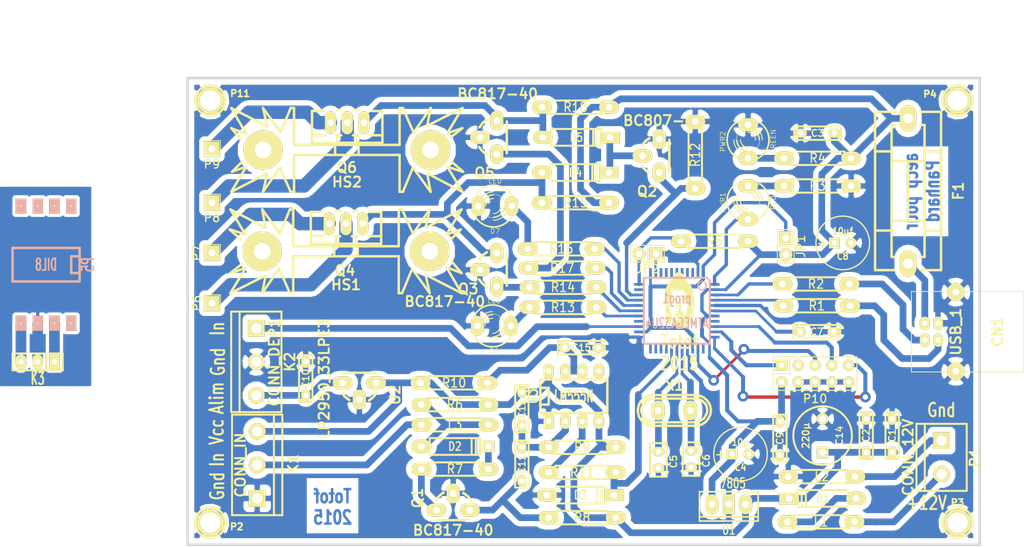
<source format=kicad_pcb>
(kicad_pcb (version 4) (host pcbnew "(2014-11-08 BZR 5258)-product")
  (title_block (date "14 apr 2013"))
  (layers (0 Front signal) (31 Back signal) (34 B.Paste user) (35 F.Paste user) (36 B.SilkS user) (37 F.SilkS user) (38 B.Mask user) (39 F.Mask user) (44 Edge.Cuts user))
  (net 0 "")
  (net 1 /ADC0)
  (net 2 /ADC1)
  (net 3 /ADC4)
  (net 4 /ADC5)
  (net 5 /ADC6)
  (net 6 /ADC7)
  (net 7 /ADC9)
  (net 8 /AREF)
  (net 9 /CTS)
  (net 10 /HWB)
  (net 11 /INT1)
  (net 12 /MISO)
  (net 13 /MOSI)
  (net 14 /OC4A)
  (net 15 /OCOA)
  (net 16 /PE6)
  (net 17 /RST)
  (net 18 /RX)
  (net 19 /SCK)
  (net 20 /SS)
  (net 21 /TX)
  (net 22 GND)
  (net 23 +3.3V)
  (net 24 "Net-(R1-Pad2)")
  (net 25 "Net-(R2-Pad2)")
  (net 26 "Net-(C5-Pad1)")
  (net 27 "Net-(C6-Pad1)")
  (net 28 IN)
  (net 29 DEP)
  (net 30 "Net-(P5-Pad1)")
  (net 31 LED1)
  (net 32 COIL1)
  (net 33 COIL2)
  (net 34 LED2)
  (net 35 PROTECTION)
  (net 36 "Net-(C11-Pad1)")
  (net 37 "Net-(C11-Pad2)")
  (net 38 "Net-(C15-Pad1)")
  (net 39 "Net-(CN1-Pad1)")
  (net 40 "Net-(CN1-Pad2)")
  (net 41 "Net-(CN1-Pad3)")
  (net 42 "Net-(D2-Pad1)")
  (net 43 "Net-(D2-Pad2)")
  (net 44 "Net-(D4-Pad1)")
  (net 45 "Net-(D4-Pad2)")
  (net 46 "Net-(D5-Pad1)")
  (net 47 "Net-(D6-Pad1)")
  (net 48 "Net-(D7-Pad1)")
  (net 49 "Net-(K1-Pad2)")
  (net 50 "Net-(K3-Pad1)")
  (net 51 "Net-(K3-Pad3)")
  (net 52 "Net-(L1-Pad1)")
  (net 53 "Net-(L2-Pad1)")
  (net 54 "Net-(P5-Pad5)")
  (net 55 "Net-(P5-Pad6)")
  (net 56 "Net-(P5-Pad7)")
  (net 57 "Net-(P5-Pad8)")
  (net 58 "Net-(P6-Pad1)")
  (net 59 "Net-(P7-Pad1)")
  (net 60 "Net-(P8-Pad1)")
  (net 61 "Net-(P9-Pad1)")
  (net 62 "Net-(P10-Pad3)")
  (net 63 "Net-(PWR1-Pad2)")
  (net 64 "Net-(PWR2-Pad1)")
  (net 65 "Net-(Q1-Pad1)")
  (net 66 "Net-(Q3-Pad1)")
  (net 67 "Net-(Q5-Pad1)")
  (net 68 "Net-(R11-Pad2)")
  (net 69 "Net-(U3-Pad5)")
  (net 70 VDD)
  (net 71 +5V)
  (net 72 "Net-(C7-Pad1)")
  (net 73 VCC)
  (module Sockets_DIP:DIP-8__300_ELL (layer Back) (at 62.738 82.042 180)
    (fp_text reference P5 (at -6.35 0 450) (layer B.SilkS) (effects (font (size 1.778 1.143) (thickness 0.3048)) (justify mirror)))
    (fp_text value DIL8 (at 0 0 180) (layer B.SilkS) (effects (font (size 1.778 1.016) (thickness 0.3048)) (justify mirror)))
    (pad 1 thru_hole rect (at -3.81 -8.89 180) (size 1.5748 2.286) (drill 0.203) (layers *.Cu *.Mask B.SilkS) (net 30 "Net-(P5-Pad1)"))
    (pad 2 thru_hole rect (at -1.27 -8.89 180) (size 1.5748 2.286) (drill 0.203) (layers *.Cu *.Mask B.SilkS) (net 50 "Net-(K3-Pad1)"))
    (pad 3 thru_hole rect (at 1.27 -8.89 180) (size 1.5748 2.286) (drill 0.203) (layers *.Cu *.Mask B.SilkS) (net 22 GND))
    (pad 4 thru_hole rect (at 3.81 -8.89 180) (size 1.5748 2.286) (drill 0.203) (layers *.Cu *.Mask B.SilkS) (net 51 "Net-(K3-Pad3)"))
    (pad 5 thru_hole rect (at 3.81 8.89 180) (size 1.5748 2.286) (drill 0.203) (layers *.Cu *.Mask B.SilkS) (net 54 "Net-(P5-Pad5)"))
    (pad 6 thru_hole rect (at 1.27 8.89 180) (size 1.5748 2.286) (drill 0.203) (layers *.Cu *.Mask B.SilkS) (net 55 "Net-(P5-Pad6)"))
    (pad 7 thru_hole rect (at -1.27 8.89 180) (size 1.5748 2.286) (drill 0.203) (layers *.Cu *.Mask B.SilkS) (net 56 "Net-(P5-Pad7)"))
    (pad 8 thru_hole rect (at -3.81 8.89 180) (size 1.5748 2.286) (drill 0.203) (layers *.Cu *.Mask B.SilkS) (net 57 "Net-(P5-Pad8)"))
  )
  (module LEDs:LED-5MM (layer Front) (at 130.683 91.313 180)
    (fp_text reference D6 (at 0 -3.81 180) (layer F.SilkS) (effects (font (size 0.762 0.762) (thickness 0.0889))))
    (fp_text value LED (at 0 3.81 180) (layer F.SilkS) (effects (font (size 0.762 0.762) (thickness 0.0889))))
    (pad 1 thru_hole oval (at -2.54 0 180) (size 2 3) (drill 1.00076) (layers *.Cu *.Mask F.SilkS) (net 47 "Net-(D6-Pad1)"))
    (pad 2 thru_hole oval (at 2.54 0 180) (size 2 3) (drill 1.00076) (layers *.Cu *.Mask F.SilkS) (net 22 GND))
  )
  (module LEDs:LED-5MM (layer Front) (at 130.81 73.152 180)
    (fp_text reference D7 (at 0 -3.81 180) (layer F.SilkS) (effects (font (size 0.762 0.762) (thickness 0.0889))))
    (fp_text value LED (at 0 3.81 180) (layer F.SilkS) (effects (font (size 0.762 0.762) (thickness 0.0889))))
    (pad 1 thru_hole oval (at -2.54 0 180) (size 2 3) (drill 1.00076) (layers *.Cu *.Mask F.SilkS) (net 48 "Net-(D7-Pad1)"))
    (pad 2 thru_hole oval (at 2.54 0 180) (size 2 3) (drill 1.00076) (layers *.Cu *.Mask F.SilkS) (net 22 GND))
  )
  (module LEDs:LED-5MM (layer Front) (at 169.164 72.644 90)
    (fp_text reference PWR1 (at 0 -3.81 90) (layer F.SilkS) (effects (font (size 0.762 0.762) (thickness 0.0889))))
    (fp_text value RED (at 0 3.81 90) (layer F.SilkS) (effects (font (size 0.762 0.762) (thickness 0.0889))))
    (pad 1 thru_hole oval (at -2.54 0 90) (size 2 3) (drill 1.00076) (layers *.Cu *.Mask F.SilkS) (net 16 /PE6))
    (pad 2 thru_hole oval (at 2.54 0 90) (size 2 3) (drill 1.00076) (layers *.Cu *.Mask F.SilkS) (net 63 "Net-(PWR1-Pad2)"))
  )
  (module LEDs:LED-5MM (layer Front) (at 169.164 63.373 90)
    (fp_text reference PWR2 (at 0 -3.81 90) (layer F.SilkS) (effects (font (size 0.762 0.762) (thickness 0.0889))))
    (fp_text value GREEN (at 0 3.81 90) (layer F.SilkS) (effects (font (size 0.762 0.762) (thickness 0.0889))))
    (pad 1 thru_hole oval (at -2.54 0 90) (size 2 3) (drill 1.00076) (layers *.Cu *.Mask F.SilkS) (net 64 "Net-(PWR2-Pad1)"))
    (pad 2 thru_hole oval (at 2.54 0 90) (size 2 3) (drill 1.00076) (layers *.Cu *.Mask F.SilkS) (net 22 GND))
  )
  (module Discret:C2 (layer Front) (at 191.008 107.95 90)
    (fp_text reference C1 (at 0 0 90) (layer F.SilkS) (effects (font (size 1.016 1.016) (thickness 0.2032))))
    (fp_text value 0.1µ hide)
    (pad 1 thru_hole oval (at -2.54 0 90) (size 1.829 1.397) (drill 0.8128) (layers *.Cu *.Mask F.SilkS) (net 73 VCC))
    (pad 2 thru_hole oval (at 2.54 0 90) (size 1.829 1.397) (drill 0.8128) (layers *.Cu *.Mask F.SilkS) (net 22 GND))
  )
  (module Discret:C2 (layer Front) (at 187.071 107.95 90)
    (fp_text reference C2 (at 0 0 90) (layer F.SilkS) (effects (font (size 1.016 1.016) (thickness 0.2032))))
    (fp_text value 0.1µ hide)
    (pad 1 thru_hole oval (at -2.54 0 90) (size 1.829 1.397) (drill 0.8128) (layers *.Cu *.Mask F.SilkS) (net 73 VCC))
    (pad 2 thru_hole oval (at 2.54 0 90) (size 1.829 1.397) (drill 0.8128) (layers *.Cu *.Mask F.SilkS) (net 22 GND))
  )
  (module Discret:C2 (layer Front) (at 179.705 62.103 180)
    (fp_text reference C3 (at 0 0 180) (layer F.SilkS) (effects (font (size 1.016 1.016) (thickness 0.2032))))
    (fp_text value 0.1µ hide)
    (pad 1 thru_hole oval (at -2.54 0 180) (size 1.829 1.397) (drill 0.8128) (layers *.Cu *.Mask F.SilkS) (net 71 +5V))
    (pad 2 thru_hole oval (at 2.54 0 180) (size 1.829 1.397) (drill 0.8128) (layers *.Cu *.Mask F.SilkS) (net 22 GND))
  )
  (module Discret:C1 (layer Front) (at 155.575 111.633 270)
    (fp_text reference C5 (at 0.254 -2.286 270) (layer F.SilkS) (effects (font (size 1.016 1.016) (thickness 0.2032))))
    (fp_text value 18p hide)
    (pad 1 thru_hole oval (at -1.27 0 270) (size 1.397 1.829) (drill 0.8128) (layers *.Cu *.Mask F.SilkS) (net 26 "Net-(C5-Pad1)"))
    (pad 2 thru_hole oval (at 1.27 0 270) (size 1.397 1.829) (drill 0.8128) (layers *.Cu *.Mask F.SilkS) (net 22 GND))
  )
  (module Discret:C1 (layer Front) (at 160.528 111.506 270)
    (fp_text reference C6 (at 0.254 -2.286 270) (layer F.SilkS) (effects (font (size 1.016 1.016) (thickness 0.2032))))
    (fp_text value 18p hide)
    (pad 1 thru_hole oval (at -1.27 0 270) (size 1.397 1.829) (drill 0.8128) (layers *.Cu *.Mask F.SilkS) (net 27 "Net-(C6-Pad1)"))
    (pad 2 thru_hole oval (at 1.27 0 270) (size 1.397 1.829) (drill 0.8128) (layers *.Cu *.Mask F.SilkS) (net 22 GND))
  )
  (module Discret:C2 (layer Front) (at 179.578 92.202)
    (fp_text reference C7 (at 0 0) (layer F.SilkS) (effects (font (size 1.016 1.016) (thickness 0.2032))))
    (fp_text value 1µ hide)
    (pad 1 thru_hole oval (at -2.54 0) (size 1.829 1.397) (drill 0.8128) (layers *.Cu *.Mask F.SilkS) (net 72 "Net-(C7-Pad1)"))
    (pad 2 thru_hole oval (at 2.54 0) (size 1.829 1.397) (drill 0.8128) (layers *.Cu *.Mask F.SilkS) (net 22 GND))
  )
  (module Discret:C2 (layer Front) (at 173.99 108.331 270)
    (fp_text reference C9 (at 0 0 270) (layer F.SilkS) (effects (font (size 1.016 1.016) (thickness 0.2032))))
    (fp_text value 100nf hide)
    (pad 1 thru_hole oval (at -2.54 0 270) (size 1.829 1.397) (drill 0.8128) (layers *.Cu *.Mask F.SilkS) (net 71 +5V))
    (pad 2 thru_hole oval (at 2.54 0 270) (size 1.829 1.397) (drill 0.8128) (layers *.Cu *.Mask F.SilkS) (net 22 GND))
  )
  (module Discret:C2 (layer Front) (at 102.108 99.314 90)
    (fp_text reference C10 (at 0 0 90) (layer F.SilkS) (effects (font (size 1.016 1.016) (thickness 0.2032))))
    (fp_text value 100nf hide)
    (pad 1 thru_hole oval (at -2.54 0 90) (size 1.829 1.397) (drill 0.8128) (layers *.Cu *.Mask F.SilkS) (net 23 +3.3V))
    (pad 2 thru_hole oval (at 2.54 0 90) (size 1.829 1.397) (drill 0.8128) (layers *.Cu *.Mask F.SilkS) (net 22 GND))
  )
  (module Discret:C2 (layer Front) (at 134.874 112.268 270)
    (fp_text reference C11 (at 0 0 270) (layer F.SilkS) (effects (font (size 1.016 1.016) (thickness 0.2032))))
    (fp_text value 22nf hide)
    (pad 1 thru_hole oval (at -2.54 0 270) (size 1.829 1.397) (drill 0.8128) (layers *.Cu *.Mask F.SilkS) (net 36 "Net-(C11-Pad1)"))
    (pad 2 thru_hole oval (at 2.54 0 270) (size 1.829 1.397) (drill 0.8128) (layers *.Cu *.Mask F.SilkS) (net 37 "Net-(C11-Pad2)"))
  )
  (module Discret:C2 (layer Front) (at 134.874 103.886 270)
    (fp_text reference C12 (at 0 0 270) (layer F.SilkS) (effects (font (size 1.016 1.016) (thickness 0.2032))))
    (fp_text value 4n7 hide)
    (pad 1 thru_hole oval (at -2.54 0 270) (size 1.829 1.397) (drill 0.8128) (layers *.Cu *.Mask F.SilkS) (net 73 VCC))
    (pad 2 thru_hole oval (at 2.54 0 270) (size 1.829 1.397) (drill 0.8128) (layers *.Cu *.Mask F.SilkS) (net 36 "Net-(C11-Pad1)"))
  )
  (module Discret:C2 (layer Front) (at 143.891 94.615)
    (fp_text reference C15 (at 0 0) (layer F.SilkS) (effects (font (size 1.016 1.016) (thickness 0.2032))))
    (fp_text value 33n hide)
    (pad 1 thru_hole oval (at -2.54 0) (size 1.829 1.397) (drill 0.8128) (layers *.Cu *.Mask F.SilkS) (net 38 "Net-(C15-Pad1)"))
    (pad 2 thru_hole oval (at 2.54 0) (size 1.829 1.397) (drill 0.8128) (layers *.Cu *.Mask F.SilkS) (net 22 GND))
  )
  (module Connect:USB_B (layer Front) (at 200.66 92.202 90)
    (fp_text reference CN1 (at 0 6.35 90) (layer F.SilkS) (effects (font (thickness 0.3048))))
    (fp_text value USB_1 (at 0 0 90) (layer F.SilkS) (effects (font (thickness 0.3048))))
    (pad 1 thru_hole oval (at 1.27 -4.699 90) (size 2.032 1.524) (drill 0.8128) (layers *.Cu *.Mask F.SilkS) (net 39 "Net-(CN1-Pad1)"))
    (pad 2 thru_hole oval (at -1.27 -4.699 90) (size 2.032 1.524) (drill 0.8128) (layers *.Cu *.Mask F.SilkS) (net 40 "Net-(CN1-Pad2)"))
    (pad 3 thru_hole oval (at -1.27 -2.70002 90) (size 2.032 1.524) (drill 0.8128) (layers *.Cu *.Mask F.SilkS) (net 41 "Net-(CN1-Pad3)"))
    (pad 4 thru_hole oval (at 1.27 -2.70002 90) (size 2.032 1.524) (drill 0.8128) (layers *.Cu *.Mask F.SilkS) (net 22 GND))
    (pad "" thru_hole circle (at 5.99948 0 90) (size 2.70002 2.70002) (drill 1.016) (layers *.Cu *.Mask F.SilkS))
    (pad 6 thru_hole circle (at -5.99948 0 90) (size 2.70002 2.70002) (drill 1) (layers *.Cu *.Mask F.SilkS) (net 22 GND))
  )
  (module Discret:D4 (layer Front) (at 180.467 117.475 180)
    (fp_text reference D1 (at 0 0 180) (layer F.SilkS) (effects (font (size 1.27 1.016) (thickness 0.2032))))
    (fp_text value 1N4007 hide)
    (pad 1 thru_hole oval (at -5.08 0 180) (size 2.99974 1.99898) (drill 1.00076) (layers *.Cu *.Mask F.SilkS) (net 70 VDD))
    (pad 2 thru_hole rect (at 5.08 0 180) (size 2.99974 1.778) (drill 1.016) (layers *.Cu *.Mask F.SilkS) (net 73 VCC))
  )
  (module Discret:D4 (layer Front) (at 124.714 109.601)
    (fp_text reference D2 (at 0 0) (layer F.SilkS) (effects (font (size 1.27 1.016) (thickness 0.2032))))
    (fp_text value 1N4007 hide)
    (pad 1 thru_hole oval (at -5.08 0) (size 2.99974 1.99898) (drill 1.00076) (layers *.Cu *.Mask F.SilkS) (net 42 "Net-(D2-Pad1)"))
    (pad 2 thru_hole rect (at 5.08 0) (size 1.778 1.778) (drill 1.016) (layers *.Cu *.Mask F.SilkS) (net 43 "Net-(D2-Pad2)"))
  )
  (module Discret:D4 (layer Front) (at 143.764 116.967)
    (fp_text reference D3 (at 0 0) (layer F.SilkS) (effects (font (size 1.27 1.016) (thickness 0.2032))))
    (fp_text value ZENER4V7 hide)
    (pad 1 thru_hole oval (at -5.08 0) (size 2.99974 1.99898) (drill 1.00076) (layers *.Cu *.Mask F.SilkS) (net 22 GND))
    (pad 2 thru_hole rect (at 5.08 0) (size 2.99974 1.778) (drill 1.016) (layers *.Cu *.Mask F.SilkS) (net 28 IN))
  )
  (module Discret:D4 (layer Front) (at 143.002 68.072)
    (fp_text reference D4 (at 0 0) (layer F.SilkS) (effects (font (size 1.27 1.016) (thickness 0.2032))))
    (fp_text value 1N4007 hide)
    (pad 1 thru_hole oval (at -5.08 0) (size 2.99974 1.99898) (drill 1.00076) (layers *.Cu *.Mask F.SilkS) (net 44 "Net-(D4-Pad1)"))
    (pad 2 thru_hole rect (at 5.08 0) (size 2.99974 1.778) (drill 1.016) (layers *.Cu *.Mask F.SilkS) (net 45 "Net-(D4-Pad2)"))
  )
  (module Discret:D4 (layer Front) (at 143.129 62.738)
    (fp_text reference D5 (at 0 0) (layer F.SilkS) (effects (font (size 1.27 1.016) (thickness 0.2032))))
    (fp_text value 1N4007 hide)
    (pad 1 thru_hole oval (at -5.08 0) (size 2.99974 1.99898) (drill 1.00076) (layers *.Cu *.Mask F.SilkS) (net 46 "Net-(D5-Pad1)"))
    (pad 2 thru_hole rect (at 5.08 0) (size 2.99974 1.778) (drill 1.016) (layers *.Cu *.Mask F.SilkS) (net 45 "Net-(D4-Pad2)"))
  )
  (module Fuse_Holders_and_Fuses:Fuseholder5x20_horiz_SemiClosed_Casing10x25mm (layer Front) (at 193.421 70.866 270)
    (fp_text reference F1 (at 0 -7.62 270) (layer F.SilkS) (effects (font (thickness 0.3048))))
    (fp_text value FUSE_500ma hide)
    (pad 2 thru_hole oval (at 11.00074 0 180) (size 2.49936 4.0005) (drill 1.50114) (layers *.Cu *.Mask F.SilkS) (net 39 "Net-(CN1-Pad1)"))
    (pad 1 thru_hole oval (at -11.00074 0 180) (size 2.49936 4.0005) (drill 1.50114) (layers *.Cu *.Mask F.SilkS) (net 71 +5V))
  )
  (module Heatsinks:Heatsink_Fischer_SK104-STC-STIC_35x13mm_2xDrill2.5mm (layer Front) (at 108.204 80.01)
    (fp_text reference HS1 (at 0 5.08) (layer F.SilkS) (effects (font (thickness 0.3048))))
    (fp_text value HEATSINK_TO220 hide)
    (pad 1 thru_hole circle (at 12.7 0) (size 5.99948 5.99948) (drill 2.49936) (layers *.Cu *.Mask F.SilkS))
    (pad 1 thru_hole circle (at -12.7 0) (size 5.99948 5.99948) (drill 2.49936) (layers *.Cu *.Mask F.SilkS))
  )
  (module Heatsinks:Heatsink_Fischer_SK104-STC-STIC_35x13mm_2xDrill2.5mm (layer Front) (at 108.331 64.643 180)
    (fp_text reference HS2 (at -0.025 -4.875 180) (layer F.SilkS) (effects (font (thickness 0.3048))))
    (fp_text value HEATSINK_TO220 hide)
    (pad 1 thru_hole circle (at 12.7 0 180) (size 5.99948 5.99948) (drill 2.49936) (layers *.Cu *.Mask F.SilkS))
    (pad 1 thru_hole circle (at -12.7 0 180) (size 5.99948 5.99948) (drill 2.49936) (layers *.Cu *.Mask F.SilkS))
  )
  (module Pin_Headers:Pin_Header_Straight_1x02 (layer Front) (at 174.879 79.248 270)
    (fp_text reference JP1 (at 0 -2.286 270) (layer F.SilkS) (effects (font (size 1.27 1.27) (thickness 0.2032))))
    (fp_text value VCC hide)
    (pad 1 thru_hole rect (at -1.27 0 270) (size 2.032 2.032) (drill 1.016) (layers *.Cu *.Mask F.SilkS) (net 71 +5V))
    (pad 2 thru_hole oval (at 1.27 0 270) (size 2.032 2.032) (drill 1.016) (layers *.Cu *.Mask F.SilkS) (net 71 +5V))
  )
  (module Pin_Headers:Pin_Header_Straight_1x02 (layer Front) (at 153.924 80.391 180)
    (fp_text reference JP2 (at 0 -2.286 180) (layer F.SilkS) (effects (font (size 1.27 1.27) (thickness 0.2032))))
    (fp_text value HWB hide)
    (pad 1 thru_hole rect (at -1.27 0 180) (size 2.032 2.032) (drill 1.016) (layers *.Cu *.Mask F.SilkS) (net 22 GND))
    (pad 2 thru_hole oval (at 1.27 0 180) (size 2.032 2.032) (drill 1.016) (layers *.Cu *.Mask F.SilkS) (net 10 /HWB))
  )
  (module Connect:bornier3 (layer Front) (at 94.742 112.395 90)
    (fp_text reference K1 (at 0.127 5.461 90) (layer F.SilkS) (effects (font (thickness 0.3048))))
    (fp_text value CONN_IN (at -0.0254 -2.54 90) (layer F.SilkS) (effects (font (thickness 0.3048))))
    (pad 1 thru_hole rect (at -5.08 0 90) (size 2.54 2.54) (drill 1.524) (layers *.Cu *.Mask F.SilkS) (net 22 GND))
    (pad 2 thru_hole circle (at 0 0 90) (size 2.54 2.54) (drill 1.524) (layers *.Cu *.Mask F.SilkS) (net 49 "Net-(K1-Pad2)"))
    (pad 3 thru_hole circle (at 5.08 0 90) (size 2.54 2.54) (drill 1.524) (layers *.Cu *.Mask F.SilkS) (net 73 VCC))
  )
  (module Connect:bornier3 (layer Front) (at 94.615 96.774 270)
    (fp_text reference K2 (at 0 -5.08 270) (layer F.SilkS) (effects (font (thickness 0.3048))))
    (fp_text value CONN_DEP1 (at 0.0508 -2.7178 270) (layer F.SilkS) (effects (font (thickness 0.3048))))
    (pad 1 thru_hole rect (at -5.08 0 270) (size 2.54 2.54) (drill 1.524) (layers *.Cu *.Mask F.SilkS) (net 29 DEP))
    (pad 2 thru_hole circle (at 0 0 270) (size 2.54 2.54) (drill 1.524) (layers *.Cu *.Mask F.SilkS) (net 22 GND))
    (pad 3 thru_hole circle (at 5.08 0 270) (size 2.54 2.54) (drill 1.524) (layers *.Cu *.Mask F.SilkS) (net 23 +3.3V))
  )
  (module Discret:R4-LARGE_PADS (layer Front) (at 180.213 121.031 180)
    (fp_text reference L1 (at 0 0 180) (layer F.SilkS) (effects (font (size 1.397 1.27) (thickness 0.2032))))
    (fp_text value 22µH hide)
    (pad 1 thru_hole oval (at -5.08 0 180) (size 2.99974 1.99898) (drill 1.00076) (layers *.Cu *.Mask F.SilkS) (net 52 "Net-(L1-Pad1)"))
    (pad 2 thru_hole oval (at 5.08 0 180) (size 2.99974 1.99898) (drill 1.00076) (layers *.Cu *.Mask F.SilkS) (net 70 VDD))
  )
  (module Discret:R4-LARGE_PADS (layer Front) (at 180.34 114.173 180)
    (fp_text reference L2 (at 0 0 180) (layer F.SilkS) (effects (font (size 1.397 1.27) (thickness 0.2032))))
    (fp_text value 22µH hide)
    (pad 1 thru_hole oval (at -5.08 0 180) (size 2.99974 1.99898) (drill 1.00076) (layers *.Cu *.Mask F.SilkS) (net 53 "Net-(L2-Pad1)"))
    (pad 2 thru_hole oval (at 5.08 0 180) (size 2.99974 1.99898) (drill 1.00076) (layers *.Cu *.Mask F.SilkS) (net 22 GND))
  )
  (module Discret:R4-LARGE_PADS (layer Front) (at 124.714 106.299)
    (fp_text reference L3 (at 0 0) (layer F.SilkS) (effects (font (size 1.397 1.27) (thickness 0.2032))))
    (fp_text value 22µH hide)
    (pad 1 thru_hole oval (at -5.08 0) (size 2.99974 1.99898) (drill 1.00076) (layers *.Cu *.Mask F.SilkS) (net 49 "Net-(K1-Pad2)"))
    (pad 2 thru_hole oval (at 5.08 0) (size 2.99974 1.99898) (drill 1.00076) (layers *.Cu *.Mask F.SilkS) (net 42 "Net-(D2-Pad1)"))
  )
  (module Connect:bornier2 (layer Front) (at 198.501 111.252 270)
    (fp_text reference P1 (at 0 -5.08 270) (layer F.SilkS) (effects (font (thickness 0.3048))))
    (fp_text value CONN_12V (at 0 5.08 270) (layer F.SilkS) (effects (font (thickness 0.3048))))
    (pad 1 thru_hole rect (at -2.54 0 270) (size 2.54 2.54) (drill 1.524) (layers *.Cu *.Mask F.SilkS) (net 53 "Net-(L2-Pad1)"))
    (pad 2 thru_hole circle (at 2.54 0 270) (size 2.54 2.54) (drill 1.524) (layers *.Cu *.Mask F.SilkS) (net 52 "Net-(L1-Pad1)"))
  )
  (module Connect:1pin (layer Front) (at 87.63 121.158)
    (fp_text reference P2 (at 4.0132 0.6096) (layer F.SilkS) (effects (font (size 1.016 1.016) (thickness 0.254))))
    (fp_text value TST hide)
    (pad 1 thru_hole circle (at 0 0) (size 4.064 4.064) (drill 3.048) (layers *.Cu *.Mask F.SilkS) (net 22 GND))
  )
  (module Connect:1pin (layer Front) (at 200.914 121.158)
    (fp_text reference P3 (at 0 -3.048) (layer F.SilkS) (effects (font (size 1.016 1.016) (thickness 0.254))))
    (fp_text value TST hide)
    (pad 1 thru_hole circle (at 0 0) (size 4.064 4.064) (drill 3.048) (layers *.Cu *.Mask F.SilkS) (net 22 GND))
  )
  (module Connect:1pin (layer Front) (at 200.914 57.15)
    (fp_text reference P4 (at -4.1656 -0.9652) (layer F.SilkS) (effects (font (size 1.016 1.016) (thickness 0.254))))
    (fp_text value TST hide)
    (pad 1 thru_hole circle (at 0 0) (size 4.064 4.064) (drill 3.048) (layers *.Cu *.Mask F.SilkS) (net 22 GND))
  )
  (module Pin_Headers:Pin_Header_Straight_1x01 (layer Front) (at 87.884 87.884 90)
    (fp_text reference P6 (at 0 -2.286 90) (layer F.SilkS) (effects (font (size 1.27 1.27) (thickness 0.2032))))
    (fp_text value BOB1 hide)
    (pad 1 thru_hole rect (at 0 0 90) (size 2.2352 2.2352) (drill 1.016) (layers *.Cu *.Mask F.SilkS) (net 58 "Net-(P6-Pad1)"))
  )
  (module Pin_Headers:Pin_Header_Straight_1x01 (layer Front) (at 87.884 80.264 90)
    (fp_text reference P7 (at 0 -2.286 90) (layer F.SilkS) (effects (font (size 1.27 1.27) (thickness 0.2032))))
    (fp_text value GND1 hide)
    (pad 1 thru_hole rect (at 0 0 90) (size 2.2352 2.2352) (drill 1.016) (layers *.Cu *.Mask F.SilkS) (net 59 "Net-(P7-Pad1)"))
  )
  (module Pin_Headers:Pin_Header_Straight_1x01 (layer Front) (at 87.884 72.644 180)
    (fp_text reference P8 (at 0 -2.286 180) (layer F.SilkS) (effects (font (size 1.27 1.27) (thickness 0.2032))))
    (fp_text value BOB2 hide)
    (pad 1 thru_hole rect (at 0 0 180) (size 2.2352 2.2352) (drill 1.016) (layers *.Cu *.Mask F.SilkS) (net 60 "Net-(P8-Pad1)"))
  )
  (module Pin_Headers:Pin_Header_Straight_1x01 (layer Front) (at 87.884 64.516 180)
    (fp_text reference P9 (at 0 -2.286 180) (layer F.SilkS) (effects (font (size 1.27 1.27) (thickness 0.2032))))
    (fp_text value GND2 hide)
    (pad 1 thru_hole rect (at 0 0 180) (size 2.2352 2.2352) (drill 1.016) (layers *.Cu *.Mask F.SilkS) (net 61 "Net-(P9-Pad1)"))
  )
  (module Socket_Strips:Socket_Strip_Straight_2x05 (layer Front) (at 179.324 98.552 180)
    (fp_text reference P10 (at 0 -3.81 180) (layer F.SilkS) (effects (font (size 1.27 1.27) (thickness 0.2032))))
    (fp_text value HE10-10 hide)
    (pad 1 thru_hole rect (at 5.08 1.27) (size 1.7272 1.7272) (drill 0.813) (layers *.Cu *.Mask F.SilkS) (net 13 /MOSI))
    (pad 2 thru_hole oval (at 5.08 -1.27) (size 1.7272 1.7272) (drill 0.813) (layers *.Cu *.Mask F.SilkS) (net 71 +5V))
    (pad 3 thru_hole oval (at 2.54 1.27) (size 1.7272 1.7272) (drill 0.813) (layers *.Cu *.Mask F.SilkS) (net 62 "Net-(P10-Pad3)"))
    (pad 4 thru_hole oval (at 2.54 -1.27) (size 1.7272 1.7272) (drill 0.813) (layers *.Cu *.Mask F.SilkS) (net 22 GND))
    (pad 5 thru_hole oval (at 0 1.27) (size 1.7272 1.7272) (drill 0.813) (layers *.Cu *.Mask F.SilkS) (net 17 /RST))
    (pad 6 thru_hole oval (at 0 -1.27) (size 1.7272 1.7272) (drill 0.813) (layers *.Cu *.Mask F.SilkS) (net 22 GND))
    (pad 7 thru_hole oval (at -2.54 1.27) (size 1.7272 1.7272) (drill 0.813) (layers *.Cu *.Mask F.SilkS) (net 19 /SCK))
    (pad 8 thru_hole oval (at -2.54 -1.27) (size 1.7272 1.7272) (drill 0.813) (layers *.Cu *.Mask F.SilkS) (net 22 GND))
    (pad 9 thru_hole oval (at -5.08 1.27) (size 1.7272 1.7272) (drill 0.813) (layers *.Cu *.Mask F.SilkS) (net 12 /MISO))
    (pad 10 thru_hole oval (at -5.08 -1.27) (size 1.7272 1.7272) (drill 0.813) (layers *.Cu *.Mask F.SilkS) (net 22 GND))
  )
  (module SMD_Packages:TQFP-44 (layer Back) (at 158.369 89.027 180)
    (fp_text reference prog1 (at 0 1.905 180) (layer B.SilkS) (effects (font (size 1.524 1.016) (thickness 0.2032)) (justify mirror)))
    (fp_text value ATMEGA32U4 (at 0 -1.905 180) (layer B.SilkS) (effects (font (size 1.524 1.016) (thickness 0.2032)) (justify mirror)))
    (pad 39 smd rect (at 0 5.715 180) (size 0.4064 1.524) (layers Back B.Paste B.Mask) (net 3 /ADC4))
    (pad 40 smd rect (at -0.8001 5.715 180) (size 0.4064 1.524) (layers Back B.Paste B.Mask) (net 2 /ADC1))
    (pad 41 smd rect (at -1.6002 5.715 180) (size 0.4064 1.524) (layers Back B.Paste B.Mask) (net 1 /ADC0))
    (pad 42 smd rect (at -2.4003 5.715 180) (size 0.4064 1.524) (layers Back B.Paste B.Mask) (net 8 /AREF))
    (pad 43 smd rect (at -3.2004 5.715 180) (size 0.4064 1.524) (layers Back B.Paste B.Mask) (net 22 GND))
    (pad 44 smd rect (at -4.0005 5.715 180) (size 0.4064 1.524) (layers Back B.Paste B.Mask) (net 71 +5V))
    (pad 38 smd rect (at 0.8001 5.715 180) (size 0.4064 1.524) (layers Back B.Paste B.Mask) (net 4 /ADC5))
    (pad 37 smd rect (at 1.6002 5.715 180) (size 0.4064 1.524) (layers Back B.Paste B.Mask) (net 5 /ADC6))
    (pad 36 smd rect (at 2.4003 5.715 180) (size 0.4064 1.524) (layers Back B.Paste B.Mask) (net 6 /ADC7))
    (pad 35 smd rect (at 3.2004 5.715 180) (size 0.4064 1.524) (layers Back B.Paste B.Mask) (net 22 GND))
    (pad 34 smd rect (at 4.0005 5.715 180) (size 0.4064 1.524) (layers Back B.Paste B.Mask) (net 71 +5V))
    (pad 17 smd rect (at 0 -5.715 180) (size 0.4064 1.524) (layers Back B.Paste B.Mask) (net 26 "Net-(C5-Pad1)"))
    (pad 16 smd rect (at -0.8001 -5.715 180) (size 0.4064 1.524) (layers Back B.Paste B.Mask) (net 27 "Net-(C6-Pad1)"))
    (pad 15 smd rect (at -1.6002 -5.715 180) (size 0.4064 1.524) (layers Back B.Paste B.Mask) (net 22 GND))
    (pad 14 smd rect (at -2.4003 -5.715 180) (size 0.4064 1.524) (layers Back B.Paste B.Mask) (net 71 +5V))
    (pad 13 smd rect (at -3.2004 -5.715 180) (size 0.4064 1.524) (layers Back B.Paste B.Mask) (net 17 /RST))
    (pad 12 smd rect (at -4.0005 -5.715 180) (size 0.4064 1.524) (layers Back B.Paste B.Mask) (net 15 /OCOA))
    (pad 18 smd rect (at 0.8001 -5.715 180) (size 0.4064 1.524) (layers Back B.Paste B.Mask) (net 28 IN))
    (pad 19 smd rect (at 1.6002 -5.715 180) (size 0.4064 1.524) (layers Back B.Paste B.Mask) (net 11 /INT1))
    (pad 20 smd rect (at 2.4003 -5.715 180) (size 0.4064 1.524) (layers Back B.Paste B.Mask) (net 18 /RX))
    (pad 21 smd rect (at 3.2004 -5.715 180) (size 0.4064 1.524) (layers Back B.Paste B.Mask) (net 21 /TX))
    (pad 22 smd rect (at 4.0005 -5.715 180) (size 0.4064 1.524) (layers Back B.Paste B.Mask) (net 9 /CTS))
    (pad 6 smd rect (at -5.715 0 180) (size 1.524 0.4064) (layers Back B.Paste B.Mask) (net 72 "Net-(C7-Pad1)"))
    (pad 28 smd rect (at 5.715 0 180) (size 1.524 0.4064) (layers Back B.Paste B.Mask) (net 32 COIL1))
    (pad 7 smd rect (at -5.715 -0.8001 180) (size 1.524 0.4064) (layers Back B.Paste B.Mask) (net 71 +5V))
    (pad 27 smd rect (at 5.715 -0.8001 180) (size 1.524 0.4064) (layers Back B.Paste B.Mask) (net 31 LED1))
    (pad 26 smd rect (at 5.715 -1.6002 180) (size 1.524 0.4064) (layers Back B.Paste B.Mask) (net 7 /ADC9))
    (pad 8 smd rect (at -5.715 -1.6002 180) (size 1.524 0.4064) (layers Back B.Paste B.Mask) (net 20 /SS))
    (pad 9 smd rect (at -5.715 -2.4003 180) (size 1.524 0.4064) (layers Back B.Paste B.Mask) (net 19 /SCK))
    (pad 25 smd rect (at 5.715 -2.4003 180) (size 1.524 0.4064) (layers Back B.Paste B.Mask) (net 29 DEP))
    (pad 24 smd rect (at 5.715 -3.2004 180) (size 1.524 0.4064) (layers Back B.Paste B.Mask) (net 71 +5V))
    (pad 10 smd rect (at -5.715 -3.2004 180) (size 1.524 0.4064) (layers Back B.Paste B.Mask) (net 13 /MOSI))
    (pad 11 smd rect (at -5.715 -4.0005 180) (size 1.524 0.4064) (layers Back B.Paste B.Mask) (net 12 /MISO))
    (pad 23 smd rect (at 5.715 -4.0005 180) (size 1.524 0.4064) (layers Back B.Paste B.Mask) (net 22 GND))
    (pad 29 smd rect (at 5.715 0.8001 180) (size 1.524 0.4064) (layers Back B.Paste B.Mask) (net 33 COIL2))
    (pad 5 smd rect (at -5.715 0.8001 180) (size 1.524 0.4064) (layers Back B.Paste B.Mask) (net 22 GND))
    (pad 4 smd rect (at -5.715 1.6002 180) (size 1.524 0.4064) (layers Back B.Paste B.Mask) (net 24 "Net-(R1-Pad2)"))
    (pad 30 smd rect (at 5.715 1.6002 180) (size 1.524 0.4064) (layers Back B.Paste B.Mask) (net 34 LED2))
    (pad 31 smd rect (at 5.715 2.4003 180) (size 1.524 0.4064) (layers Back B.Paste B.Mask) (net 35 PROTECTION))
    (pad 3 smd rect (at -5.715 2.4003 180) (size 1.524 0.4064) (layers Back B.Paste B.Mask) (net 25 "Net-(R2-Pad2)"))
    (pad 2 smd rect (at -5.715 3.2004 180) (size 1.524 0.4064) (layers Back B.Paste B.Mask) (net 71 +5V))
    (pad 32 smd rect (at 5.715 3.2004 180) (size 1.524 0.4064) (layers Back B.Paste B.Mask) (net 14 /OC4A))
    (pad 33 smd rect (at 5.715 4.0005 180) (size 1.524 0.4064) (layers Back B.Paste B.Mask) (net 10 /HWB))
    (pad 1 smd rect (at -5.715 4.0005 180) (size 1.524 0.4064) (layers Back B.Paste B.Mask) (net 16 /PE6))
  )
  (module Housings_TO-92:TO-92-Free-rugged (layer Front) (at 124.46 119.253 90)
    (fp_text reference Q1 (at 1.8415 -5.3975 90) (layer F.SilkS) (effects (font (thickness 0.3048))))
    (fp_text value BC817-40 (at -3.048 0 180) (layer F.SilkS) (effects (font (thickness 0.3048))))
    (pad 2 thru_hole oval (at 2.54 0 90) (size 2.99974 1.99898) (drill 1.00076) (layers *.Cu *.Mask F.SilkS) (net 22 GND))
    (pad 1 thru_hole oval (at 0 -2.54 90) (size 1.99898 2.99974) (drill 1.00076) (layers *.Cu *.Mask F.SilkS) (net 65 "Net-(Q1-Pad1)"))
    (pad 3 thru_hole oval (at 0 2.54 90) (size 1.99898 2.99974) (drill 1.00076) (layers *.Cu *.Mask F.SilkS) (net 37 "Net-(C11-Pad2)"))
  )
  (module Housings_TO-92:TO-92-Free-rugged (layer Front) (at 155.702 65.532 180)
    (fp_text reference Q2 (at 1.8415 -5.3975 180) (layer F.SilkS) (effects (font (thickness 0.3048))))
    (fp_text value BC807-40 (at -0.635 5.334 180) (layer F.SilkS) (effects (font (thickness 0.3048))))
    (pad 2 thru_hole oval (at 2.54 0 180) (size 2.99974 1.99898) (drill 1.00076) (layers *.Cu *.Mask F.SilkS) (net 45 "Net-(D4-Pad2)"))
    (pad 1 thru_hole oval (at 0 -2.54 180) (size 1.99898 2.99974) (drill 1.00076) (layers *.Cu *.Mask F.SilkS) (net 35 PROTECTION))
    (pad 3 thru_hole oval (at 0 2.54 180) (size 1.99898 2.99974) (drill 1.00076) (layers *.Cu *.Mask F.SilkS) (net 22 GND))
  )
  (module Housings_TO-92:TO-92-Free-rugged (layer Front) (at 131.064 82.804 180)
    (fp_text reference Q3 (at 4.318 -2.921 180) (layer F.SilkS) (effects (font (thickness 0.3048))))
    (fp_text value BC817-40 (at 7.874 -4.826 180) (layer F.SilkS) (effects (font (thickness 0.3048))))
    (pad 2 thru_hole oval (at 2.54 0 180) (size 2.99974 1.99898) (drill 1.00076) (layers *.Cu *.Mask F.SilkS) (net 22 GND))
    (pad 1 thru_hole oval (at 0 -2.54 180) (size 1.99898 2.99974) (drill 1.00076) (layers *.Cu *.Mask F.SilkS) (net 66 "Net-(Q3-Pad1)"))
    (pad 3 thru_hole oval (at 0 2.54 180) (size 1.99898 2.99974) (drill 1.00076) (layers *.Cu *.Mask F.SilkS) (net 44 "Net-(D4-Pad1)"))
  )
  (module Transistors_TO-220:TO-220_FET-GDS_Vertical_LargePads (layer Front) (at 108.204 75.819 180)
    (fp_text reference Q4 (at 0.127 -7.112 180) (layer F.SilkS) (effects (font (thickness 0.3048))))
    (fp_text value IRGB14C40L hide)
    (pad D thru_hole oval (at 0 0 270) (size 3.50012 1.69926) (drill 1.00076) (layers *.Cu *.Mask F.SilkS) (net 58 "Net-(P6-Pad1)"))
    (pad G thru_hole oval (at -2.54 0 270) (size 3.50012 1.69926) (drill 1.00076) (layers *.Cu *.Mask F.SilkS) (net 44 "Net-(D4-Pad1)"))
    (pad S thru_hole oval (at 2.54 0 270) (size 3.50012 1.69926) (drill 1.00076) (layers *.Cu *.Mask F.SilkS) (net 59 "Net-(P7-Pad1)"))
  )
  (module Housings_TO-92:TO-92-Free-rugged (layer Front) (at 131.064 62.738 180)
    (fp_text reference Q5 (at 1.8415 -5.3975 180) (layer F.SilkS) (effects (font (thickness 0.3048))))
    (fp_text value BC817-40 (at -0.127 6.604 180) (layer F.SilkS) (effects (font (thickness 0.3048))))
    (pad 2 thru_hole oval (at 2.54 0 180) (size 2.99974 1.99898) (drill 1.00076) (layers *.Cu *.Mask F.SilkS) (net 22 GND))
    (pad 1 thru_hole oval (at 0 -2.54 180) (size 1.99898 2.99974) (drill 1.00076) (layers *.Cu *.Mask F.SilkS) (net 67 "Net-(Q5-Pad1)"))
    (pad 3 thru_hole oval (at 0 2.54 180) (size 1.99898 2.99974) (drill 1.00076) (layers *.Cu *.Mask F.SilkS) (net 46 "Net-(D5-Pad1)"))
  )
  (module Transistors_TO-220:TO-220_FET-GDS_Vertical_LargePads (layer Front) (at 108.3945 60.5155 180)
    (fp_text reference Q6 (at 0.0635 -6.7945 180) (layer F.SilkS) (effects (font (thickness 0.3048))))
    (fp_text value IRGB14C40L hide)
    (pad D thru_hole oval (at 0 0 270) (size 3.50012 1.69926) (drill 1.00076) (layers *.Cu *.Mask F.SilkS) (net 60 "Net-(P8-Pad1)"))
    (pad G thru_hole oval (at -2.54 0 270) (size 3.50012 1.69926) (drill 1.00076) (layers *.Cu *.Mask F.SilkS) (net 46 "Net-(D5-Pad1)"))
    (pad S thru_hole oval (at 2.54 0 270) (size 3.50012 1.69926) (drill 1.00076) (layers *.Cu *.Mask F.SilkS) (net 61 "Net-(P9-Pad1)"))
  )
  (module Discret:R4-LARGE_PADS (layer Front) (at 179.578 88.265 180)
    (fp_text reference R1 (at 0 0 180) (layer F.SilkS) (effects (font (size 1.397 1.27) (thickness 0.2032))))
    (fp_text value 22 hide)
    (pad 1 thru_hole oval (at -5.08 0 180) (size 2.99974 1.99898) (drill 1.00076) (layers *.Cu *.Mask F.SilkS) (net 41 "Net-(CN1-Pad3)"))
    (pad 2 thru_hole oval (at 5.08 0 180) (size 2.99974 1.99898) (drill 1.00076) (layers *.Cu *.Mask F.SilkS) (net 24 "Net-(R1-Pad2)"))
  )
  (module Discret:R4-LARGE_PADS (layer Front) (at 179.451 84.963 180)
    (fp_text reference R2 (at 0 0 180) (layer F.SilkS) (effects (font (size 1.397 1.27) (thickness 0.2032))))
    (fp_text value 22 hide)
    (pad 1 thru_hole oval (at -5.08 0 180) (size 2.99974 1.99898) (drill 1.00076) (layers *.Cu *.Mask F.SilkS) (net 40 "Net-(CN1-Pad2)"))
    (pad 2 thru_hole oval (at 5.08 0 180) (size 2.99974 1.99898) (drill 1.00076) (layers *.Cu *.Mask F.SilkS) (net 25 "Net-(R2-Pad2)"))
  )
  (module Discret:R4-LARGE_PADS (layer Front) (at 179.705 70.104)
    (fp_text reference R3 (at 0 0) (layer F.SilkS) (effects (font (size 1.397 1.27) (thickness 0.2032))))
    (fp_text value 1K hide)
    (pad 1 thru_hole oval (at -5.08 0) (size 2.99974 1.99898) (drill 1.00076) (layers *.Cu *.Mask F.SilkS) (net 63 "Net-(PWR1-Pad2)"))
    (pad 2 thru_hole oval (at 5.08 0) (size 2.99974 1.99898) (drill 1.00076) (layers *.Cu *.Mask F.SilkS) (net 22 GND))
  )
  (module Discret:R4-LARGE_PADS (layer Front) (at 179.705 65.913 180)
    (fp_text reference R4 (at 0 0 180) (layer F.SilkS) (effects (font (size 1.397 1.27) (thickness 0.2032))))
    (fp_text value 1K hide)
    (pad 1 thru_hole oval (at -5.08 0 180) (size 2.99974 1.99898) (drill 1.00076) (layers *.Cu *.Mask F.SilkS) (net 71 +5V))
    (pad 2 thru_hole oval (at 5.08 0 180) (size 2.99974 1.99898) (drill 1.00076) (layers *.Cu *.Mask F.SilkS) (net 64 "Net-(PWR2-Pad1)"))
  )
  (module Discret:R4-LARGE_PADS (layer Front) (at 164.084 78.486 180)
    (fp_text reference R5 (at 0 0 180) (layer F.SilkS) (effects (font (size 1.397 1.27) (thickness 0.2032))))
    (fp_text value 10K hide)
    (pad 1 thru_hole oval (at -5.08 0 180) (size 2.99974 1.99898) (drill 1.00076) (layers *.Cu *.Mask F.SilkS) (net 71 +5V))
    (pad 2 thru_hole oval (at 5.08 0 180) (size 2.99974 1.99898) (drill 1.00076) (layers *.Cu *.Mask F.SilkS) (net 10 /HWB))
  )
  (module Discret:R4-LARGE_PADS (layer Front) (at 124.714 103.251)
    (fp_text reference R6 (at 0 0) (layer F.SilkS) (effects (font (size 1.397 1.27) (thickness 0.2032))))
    (fp_text value 470 hide)
    (pad 1 thru_hole oval (at -5.08 0) (size 2.99974 1.99898) (drill 1.00076) (layers *.Cu *.Mask F.SilkS) (net 42 "Net-(D2-Pad1)"))
    (pad 2 thru_hole oval (at 5.08 0) (size 2.99974 1.99898) (drill 1.00076) (layers *.Cu *.Mask F.SilkS) (net 73 VCC))
  )
  (module Discret:R4-LARGE_PADS (layer Front) (at 124.714 113.03)
    (fp_text reference R7 (at 0 0) (layer F.SilkS) (effects (font (size 1.397 1.27) (thickness 0.2032))))
    (fp_text value 4K7 hide)
    (pad 1 thru_hole oval (at -5.08 0) (size 2.99974 1.99898) (drill 1.00076) (layers *.Cu *.Mask F.SilkS) (net 65 "Net-(Q1-Pad1)"))
    (pad 2 thru_hole oval (at 5.08 0) (size 2.99974 1.99898) (drill 1.00076) (layers *.Cu *.Mask F.SilkS) (net 43 "Net-(D2-Pad2)"))
  )
  (module Discret:R4-LARGE_PADS (layer Front) (at 144.018 120.396)
    (fp_text reference R8 (at 0 0) (layer F.SilkS) (effects (font (size 1.397 1.27) (thickness 0.2032))))
    (fp_text value 6K8 hide)
    (pad 1 thru_hole oval (at -5.08 0) (size 2.99974 1.99898) (drill 1.00076) (layers *.Cu *.Mask F.SilkS) (net 37 "Net-(C11-Pad2)"))
    (pad 2 thru_hole oval (at 5.08 0) (size 2.99974 1.99898) (drill 1.00076) (layers *.Cu *.Mask F.SilkS) (net 73 VCC))
  )
  (module Discret:R4-LARGE_PADS (layer Front) (at 144.018 109.728)
    (fp_text reference R9 (at 0 0) (layer F.SilkS) (effects (font (size 1.397 1.27) (thickness 0.2032))))
    (fp_text value 12K hide)
    (pad 1 thru_hole oval (at -5.08 0) (size 2.99974 1.99898) (drill 1.00076) (layers *.Cu *.Mask F.SilkS) (net 36 "Net-(C11-Pad1)"))
    (pad 2 thru_hole oval (at 5.08 0) (size 2.99974 1.99898) (drill 1.00076) (layers *.Cu *.Mask F.SilkS) (net 73 VCC))
  )
  (module Discret:R4-LARGE_PADS (layer Front) (at 124.587 99.949)
    (fp_text reference R10 (at 0 0) (layer F.SilkS) (effects (font (size 1.397 1.27) (thickness 0.2032))))
    (fp_text value 27K hide)
    (pad 1 thru_hole oval (at -5.08 0) (size 2.99974 1.99898) (drill 1.00076) (layers *.Cu *.Mask F.SilkS) (net 73 VCC))
    (pad 2 thru_hole oval (at 5.08 0) (size 2.99974 1.99898) (drill 1.00076) (layers *.Cu *.Mask F.SilkS) (net 38 "Net-(C15-Pad1)"))
  )
  (module Discret:R4-LARGE_PADS (layer Front) (at 144.018 113.538 180)
    (fp_text reference R11 (at 0 0 180) (layer F.SilkS) (effects (font (size 1.397 1.27) (thickness 0.2032))))
    (fp_text value 1K hide)
    (pad 1 thru_hole oval (at -5.08 0 180) (size 2.99974 1.99898) (drill 1.00076) (layers *.Cu *.Mask F.SilkS) (net 28 IN))
    (pad 2 thru_hole oval (at 5.08 0 180) (size 2.99974 1.99898) (drill 1.00076) (layers *.Cu *.Mask F.SilkS) (net 68 "Net-(R11-Pad2)"))
  )
  (module Discret:R4-LARGE_PADS (layer Front) (at 161.163 65.405 90)
    (fp_text reference R12 (at 0 0 90) (layer F.SilkS) (effects (font (size 1.397 1.27) (thickness 0.2032))))
    (fp_text value 1K hide)
    (pad 1 thru_hole oval (at -5.08 0 90) (size 2 3) (drill 1.00076) (layers *.Cu *.Mask F.SilkS) (net 35 PROTECTION))
    (pad 2 thru_hole oval (at 5.08 0 90) (size 2 3) (drill 1.00076) (layers *.Cu *.Mask F.SilkS) (net 22 GND))
  )
  (module Discret:R4-LARGE_PADS (layer Front) (at 141.097 88.519)
    (fp_text reference R13 (at 0 0) (layer F.SilkS) (effects (font (size 1.397 1.27) (thickness 0.2032))))
    (fp_text value 1K hide)
    (pad 1 thru_hole oval (at -5.08 0) (size 2.99974 1.99898) (drill 1.00076) (layers *.Cu *.Mask F.SilkS) (net 47 "Net-(D6-Pad1)"))
    (pad 2 thru_hole oval (at 5.08 0) (size 2.99974 1.99898) (drill 1.00076) (layers *.Cu *.Mask F.SilkS) (net 31 LED1))
  )
  (module Discret:R4-LARGE_PADS (layer Front) (at 141.097 85.471)
    (fp_text reference R14 (at 0 0) (layer F.SilkS) (effects (font (size 1.397 1.27) (thickness 0.2032))))
    (fp_text value 390 hide)
    (pad 1 thru_hole oval (at -5.08 0) (size 2.99974 1.99898) (drill 1.00076) (layers *.Cu *.Mask F.SilkS) (net 66 "Net-(Q3-Pad1)"))
    (pad 2 thru_hole oval (at 5.08 0) (size 2.99974 1.99898) (drill 1.00076) (layers *.Cu *.Mask F.SilkS) (net 32 COIL1))
  )
  (module Discret:R4-LARGE_PADS (layer Front) (at 143.002 72.644 180)
    (fp_text reference R15 (at 0 0 180) (layer F.SilkS) (effects (font (size 1.397 1.27) (thickness 0.2032))))
    (fp_text value 1K hide)
    (pad 1 thru_hole oval (at -5.08 0 180) (size 2.99974 1.99898) (drill 1.00076) (layers *.Cu *.Mask F.SilkS) (net 71 +5V))
    (pad 2 thru_hole oval (at 5.08 0 180) (size 2.99974 1.99898) (drill 1.00076) (layers *.Cu *.Mask F.SilkS) (net 44 "Net-(D4-Pad1)"))
  )
  (module Discret:R4-LARGE_PADS (layer Front) (at 140.843 79.629)
    (fp_text reference R16 (at 0 0) (layer F.SilkS) (effects (font (size 1.397 1.27) (thickness 0.2032))))
    (fp_text value 1K hide)
    (pad 1 thru_hole oval (at -5.08 0) (size 2.99974 1.99898) (drill 1.00076) (layers *.Cu *.Mask F.SilkS) (net 48 "Net-(D7-Pad1)"))
    (pad 2 thru_hole oval (at 5.08 0) (size 2.99974 1.99898) (drill 1.00076) (layers *.Cu *.Mask F.SilkS) (net 34 LED2))
  )
  (module Discret:R4-LARGE_PADS (layer Front) (at 140.97 82.55)
    (fp_text reference R17 (at 0 0) (layer F.SilkS) (effects (font (size 1.397 1.27) (thickness 0.2032))))
    (fp_text value 390 hide)
    (pad 1 thru_hole oval (at -5.08 0) (size 2.99974 1.99898) (drill 1.00076) (layers *.Cu *.Mask F.SilkS) (net 67 "Net-(Q5-Pad1)"))
    (pad 2 thru_hole oval (at 5.08 0) (size 2.99974 1.99898) (drill 1.00076) (layers *.Cu *.Mask F.SilkS) (net 33 COIL2))
  )
  (module Discret:R4-LARGE_PADS (layer Front) (at 143.002 58.166 180)
    (fp_text reference R18 (at 0 0 180) (layer F.SilkS) (effects (font (size 1.397 1.27) (thickness 0.2032))))
    (fp_text value 1K hide)
    (pad 1 thru_hole oval (at -5.08 0 180) (size 2.99974 1.99898) (drill 1.00076) (layers *.Cu *.Mask F.SilkS) (net 71 +5V))
    (pad 2 thru_hole oval (at 5.08 0 180) (size 2.99974 1.99898) (drill 1.00076) (layers *.Cu *.Mask F.SilkS) (net 46 "Net-(D5-Pad1)"))
  )
  (module Housings_TO-92:TO-92-Free-rugged (layer Front) (at 110.236 99.949 270)
    (fp_text reference U2 (at 1.8415 -5.3975 270) (layer F.SilkS) (effects (font (thickness 0.3048))))
    (fp_text value LP2950_33LPE3 (at -0.635 5.334 270) (layer F.SilkS) (effects (font (thickness 0.3048))))
    (pad 2 thru_hole oval (at 2.54 0 270) (size 2.99974 1.99898) (drill 1.00076) (layers *.Cu *.Mask F.SilkS) (net 22 GND))
    (pad 1 thru_hole oval (at 0 -2.54 270) (size 1.99898 2.99974) (drill 1.00076) (layers *.Cu *.Mask F.SilkS) (net 73 VCC))
    (pad 3 thru_hole oval (at 0 2.54 270) (size 1.99898 2.99974) (drill 1.00076) (layers *.Cu *.Mask F.SilkS) (net 23 +3.3V))
  )
  (module Sockets_DIP:DIP-8__300_ELL (layer Front) (at 142.748 101.981)
    (fp_text reference U3 (at -6.35 0 90) (layer F.SilkS) (effects (font (size 1.778 1.143) (thickness 0.3048))))
    (fp_text value LM555N (at 0 0) (layer F.SilkS) (effects (font (size 1.778 1.016) (thickness 0.3048))))
    (pad 1 thru_hole rect (at -3.81 3.81) (size 1.5748 2.286) (drill 0.8128) (layers *.Cu *.Mask F.SilkS) (net 22 GND))
    (pad 2 thru_hole oval (at -1.27 3.81) (size 1.5748 2.286) (drill 0.8128) (layers *.Cu *.Mask F.SilkS) (net 36 "Net-(C11-Pad1)"))
    (pad 3 thru_hole oval (at 1.27 3.81) (size 1.5748 2.286) (drill 0.8128) (layers *.Cu *.Mask F.SilkS) (net 68 "Net-(R11-Pad2)"))
    (pad 4 thru_hole oval (at 3.81 3.81) (size 1.5748 2.286) (drill 0.8128) (layers *.Cu *.Mask F.SilkS) (net 73 VCC))
    (pad 5 thru_hole oval (at 3.81 -3.81) (size 1.5748 2.286) (drill 0.8128) (layers *.Cu *.Mask F.SilkS) (net 69 "Net-(U3-Pad5)"))
    (pad 6 thru_hole oval (at 1.27 -3.81) (size 1.5748 2.286) (drill 0.8128) (layers *.Cu *.Mask F.SilkS) (net 38 "Net-(C15-Pad1)"))
    (pad 7 thru_hole oval (at -1.27 -3.81) (size 1.5748 2.286) (drill 0.8128) (layers *.Cu *.Mask F.SilkS) (net 38 "Net-(C15-Pad1)"))
    (pad 8 thru_hole oval (at -3.81 -3.81) (size 1.5748 2.286) (drill 0.8128) (layers *.Cu *.Mask F.SilkS) (net 73 VCC))
  )
  (module Crystals:Crystal_HC49-U_Vertical (layer Front) (at 157.988 104.14)
    (fp_text reference X1 (at 0 -3.81) (layer F.SilkS) (effects (font (thickness 0.3048))))
    (fp_text value CRYSTAL_16Mhz hide)
    (pad 1 thru_hole oval (at -2.44094 0) (size 2 3) (drill 1.00076) (layers *.Cu *.Mask F.SilkS) (net 26 "Net-(C5-Pad1)"))
    (pad 2 thru_hole oval (at 2.44094 0) (size 2 3) (drill 1.00076) (layers *.Cu *.Mask F.SilkS) (net 27 "Net-(C6-Pad1)"))
  )
  (module Discret:LM78XXV (layer Front) (at 166.243 118.364 270)
    (fp_text reference U1 (at 3.81 0 360) (layer F.SilkS) (effects (font (size 1.524 1.016) (thickness 0.2032))))
    (fp_text value 7805 (at -3.175 -0.635 360) (layer F.SilkS) (effects (font (size 1.524 1.016) (thickness 0.2032))))
    (pad VI thru_hole oval (at 0 -2.54 270) (size 2.99974 1.99898) (drill 1.00076) (layers *.Cu *.Mask F.SilkS) (net 73 VCC))
    (pad GND thru_hole rect (at 0 0 270) (size 2.99974 1.778) (drill 1.016) (layers *.Cu *.Mask F.SilkS) (net 22 GND))
    (pad VO thru_hole oval (at 0 2.54 270) (size 2.99974 1.99898) (drill 1.00076) (layers *.Cu *.Mask F.SilkS) (net 71 +5V))
  )
  (module Discret:C1V8 (layer Front) (at 168.021 110.744)
    (fp_text reference C4 (at 0 2.032) (layer F.SilkS) (effects (font (size 1.016 0.889) (thickness 0.2032))))
    (fp_text value 10µ (at 0 -1.77546) (layer F.SilkS) (effects (font (size 1.016 0.889) (thickness 0.2032))))
    (fp_text user + (at -3.04546 0) (layer F.SilkS) (effects (font (thickness 0.2032))))
    (pad 1 thru_hole rect (at -1.27 0) (size 1.651 1.651) (drill 0.8128) (layers *.Cu *.Mask F.SilkS) (net 71 +5V))
    (pad 2 thru_hole circle (at 1.27 0) (size 1.651 1.651) (drill 0.8128) (layers *.Cu *.Mask F.SilkS) (net 22 GND))
  )
  (module Discret:C1V8 (layer Front) (at 183.515 78.74)
    (fp_text reference C8 (at 0 2.032) (layer F.SilkS) (effects (font (size 1.016 0.889) (thickness 0.2032))))
    (fp_text value 10µf (at 0 -1.77546) (layer F.SilkS) (effects (font (size 1.016 0.889) (thickness 0.2032))))
    (fp_text user + (at -3.04546 0) (layer F.SilkS) (effects (font (thickness 0.2032))))
    (pad 1 thru_hole rect (at -1.27 0) (size 1.651 1.651) (drill 0.8128) (layers *.Cu *.Mask F.SilkS) (net 71 +5V))
    (pad 2 thru_hole circle (at 1.27 0) (size 1.651 1.651) (drill 0.8128) (layers *.Cu *.Mask F.SilkS) (net 22 GND))
  )
  (module Discret:C2V8 (layer Front) (at 180.467 107.95 90)
    (fp_text reference C14 (at 0 2.54 90) (layer F.SilkS) (effects (font (size 1.016 1.016) (thickness 0.2032))))
    (fp_text value 220µ (at 0 -2.54 90) (layer F.SilkS) (effects (font (size 1.016 1.016) (thickness 0.2032))))
    (pad 1 thru_hole rect (at -2.54 0 90) (size 1.778 1.778) (drill 1.016) (layers *.Cu *.Mask F.SilkS) (net 73 VCC))
    (pad 2 thru_hole circle (at 2.54 0 90) (size 1.778 1.778) (drill 1.016) (layers *.Cu *.Mask F.SilkS) (net 22 GND))
  )
  (module Connect:SIL-3 (layer Front) (at 61.468 96.774 180)
    (fp_text reference K3 (at 0 -2.54 180) (layer F.SilkS) (effects (font (size 1.7907 1.07696) (thickness 0.3048))))
    (fp_text value CONN_DEP2 hide)
    (pad 1 thru_hole rect (at -2.54 0 180) (size 1.5748 2.286) (drill 0.8128) (layers *.Cu *.Mask F.SilkS) (net 50 "Net-(K3-Pad1)"))
    (pad 2 thru_hole oval (at 0 0 180) (size 1.5748 2.286) (drill 0.8128) (layers *.Cu *.Mask F.SilkS) (net 22 GND))
    (pad 3 thru_hole oval (at 2.54 0 180) (size 1.5748 2.286) (drill 0.8128) (layers *.Cu *.Mask F.SilkS) (net 51 "Net-(K3-Pad3)"))
  )
  (module Connect:1pin (layer Front) (at 87.63 57.15)
    (fp_text reference P11 (at 4.5212 -1.0668) (layer F.SilkS) (effects (font (size 1.016 1.016) (thickness 0.254))))
    (fp_text value TST hide)
    (pad 1 thru_hole circle (at 0 0) (size 4.064 4.064) (drill 3.048) (layers *.Cu *.Mask F.SilkS) (net 22 GND))
  )
  (module Tete_boudha:Tete_boudha (layer Front) (at 158.75 87.4268)
    (fp_text reference G1 hide)
    (fp_text value LOGO hide)
  )
  (gr_text "Totof\n2015" (at 158.75 95.3516) (layer F.SilkS) (effects (font (size 2.032 1.524) (thickness 0.3048))))
  (gr_text "aecp pour\nPanhard" (at 195.4784 70.9168 90) (layer Back) (effects (font (size 2.032 1.524) (thickness 0.381)) (justify mirror)))
  (gr_text "Totof\n2015" (at 106.172 118.7704) (layer Back) (effects (font (size 2 1.524) (thickness 0.381)) (justify mirror)))
  (gr_text +12V (at 196.2404 118.1608) (layer F.SilkS) (effects (font (size 2.032 1.524) (thickness 0.3048))))
  (gr_text Gnd (at 198.4756 104.0892) (layer F.SilkS) (effects (font (size 2.032 1.524) (thickness 0.3048))))
  (gr_text Gnd (at 88.6968 115.6208 90) (layer F.SilkS) (effects (font (size 2.032 1.524) (thickness 0.3048))))
  (gr_text In (at 88.646 111.6076 90) (layer F.SilkS) (effects (font (size 2.032 1.524) (thickness 0.3048))))
  (gr_text Vcc (at 88.5952 107.3912 90) (layer F.SilkS) (effects (font (size 2.032 1.524) (thickness 0.3048))))
  (gr_text Alim (at 88.5952 102.2604 90) (layer F.SilkS) (effects (font (size 2.032 1.524) (thickness 0.3048))))
  (gr_text Gnd (at 88.7984 96.774 90) (layer F.SilkS) (effects (font (size 2.032 1.524) (thickness 0.3048))))
  (gr_text In (at 88.6968 91.7448 90) (layer F.SilkS) (effects (font (size 2.032 1.524) (thickness 0.3048))))
  (gr_line (start 84.2 53.75402) (end 84.2 124.50572) (angle 90) (layer Edge.Cuts) (width 0.381))
  (gr_line (start 204.3 124.50572) (end 84.2 124.50572) (angle 90) (layer Edge.Cuts) (width 0.381))
  (gr_line (start 125.6792 53.77942) (end 125.60554 53.77942) (angle 90) (layer Edge.Cuts) (width 0.381))
  (gr_line (start 204.3 53.75402) (end 204.3 124.50572) (angle 90) (layer Edge.Cuts) (width 0.381))
  (gr_line (start 84.2 53.75402) (end 204.3 53.75402) (angle 90) (layer Edge.Cuts) (width 0.381))
  (segment (start 152.654 85.0265) (end 152.654 80.391) (width 0.508) (layer Back) (net 10))
  (segment (start 154.432 77.978) (end 157.734 77.978) (width 0.508) (layer Back) (net 10))
  (segment (start 152.654 79.756) (end 154.432 77.978) (width 0.508) (layer Back) (net 10))
  (segment (start 157.734 77.978) (end 159.004 78.486) (width 0.4064) (layer Back) (net 10))
  (segment (start 152.654 80.391) (end 152.654 79.756) (width 0.4064) (layer Back) (net 10))
  (segment (start 164.084 94.742) (end 168.402 99.06) (width 0.508) (layer Back) (net 12))
  (segment (start 168.402 99.06) (end 168.402 101.981) (width 0.6096) (layer Back) (net 12))
  (via (at 168.402 101.981) (size 1.6256) (drill 0.8128) (layers Front Back) (net 12))
  (segment (start 168.402 101.981) (end 168.529 102.108) (width 0.508) (layer Front) (net 12))
  (segment (start 168.529 102.108) (end 186.944 102.108) (width 0.508) (layer Front) (net 12))
  (via (at 186.944 102.108) (size 1.6256) (drill 0.8128) (layers Front Back) (net 12))
  (segment (start 186.944 102.108) (end 186.944 101.854) (width 0.508) (layer Back) (net 12))
  (segment (start 186.944 101.854) (end 186.944 98.552) (width 0.6096) (layer Back) (net 12))
  (segment (start 186.944 98.552) (end 185.674 97.282) (width 0.6096) (layer Back) (net 12))
  (segment (start 185.674 97.282) (end 184.404 97.282) (width 0.6096) (layer Back) (net 12))
  (segment (start 164.084 93.0275) (end 164.084 94.742) (width 0.4064) (layer Back) (net 12))
  (segment (start 168.91 97.282) (end 174.244 97.282) (width 0.6096) (layer Back) (net 13))
  (segment (start 166.624 94.996) (end 168.91 97.282) (width 0.6096) (layer Back) (net 13))
  (segment (start 166.624 93.726) (end 166.624 94.996) (width 0.6096) (layer Back) (net 13))
  (segment (start 165.1254 92.2274) (end 166.624 93.726) (width 0.508) (layer Back) (net 13))
  (segment (start 164.084 92.2274) (end 165.1254 92.2274) (width 0.4064) (layer Back) (net 13))
  (segment (start 164.084 83.82) (end 165.862 82.042) (width 0.508) (layer Back) (net 16))
  (segment (start 164.084 85.0265) (end 164.084 83.82) (width 0.508) (layer Back) (net 16))
  (segment (start 167.386 75.184) (end 169.164 75.184) (width 0.508) (layer Back) (net 16))
  (segment (start 165.862 76.708) (end 167.386 75.184) (width 0.508) (layer Back) (net 16))
  (segment (start 165.862 82.042) (end 165.862 76.708) (width 0.508) (layer Back) (net 16))
  (segment (start 161.5694 94.742) (end 161.5694 97.1804) (width 0.4064) (layer Back) (net 17))
  (segment (start 161.5694 97.1804) (end 163.957 99.568) (width 0.6096) (layer Back) (net 17))
  (via (at 163.957 99.568) (size 1.6256) (drill 0.8128) (layers Front Back) (net 17))
  (segment (start 163.957 99.568) (end 168.529 94.996) (width 0.4064) (layer Front) (net 17))
  (segment (start 168.529 94.996) (end 168.529 94.869) (width 0.4064) (layer Front) (net 17))
  (via (at 168.529 94.869) (size 1.6256) (drill 0.8128) (layers Front Back) (net 17))
  (segment (start 168.529 94.869) (end 168.783 95.123) (width 0.4064) (layer Back) (net 17))
  (segment (start 168.783 95.123) (end 178.308 95.123) (width 0.6096) (layer Back) (net 17))
  (segment (start 178.308 95.123) (end 179.324 96.139) (width 0.6096) (layer Back) (net 17))
  (segment (start 179.324 96.139) (end 179.324 97.282) (width 0.6096) (layer Back) (net 17))
  (segment (start 179.324 97.282) (end 179.324 96.774) (width 0.4064) (layer Back) (net 17))
  (segment (start 170.8023 91.4273) (end 173.228 93.853) (width 0.508) (layer Back) (net 19))
  (segment (start 164.084 91.4273) (end 170.8023 91.4273) (width 0.4064) (layer Back) (net 19))
  (segment (start 181.864 94.615) (end 181.864 97.282) (width 0.6096) (layer Back) (net 19))
  (segment (start 181.102 93.853) (end 181.864 94.615) (width 0.6096) (layer Back) (net 19))
  (segment (start 173.228 93.853) (end 181.102 93.853) (width 0.6096) (layer Back) (net 19))
  (segment (start 152.654 93.0275) (end 152.654 93.472) (width 0.508) (layer Back) (net 22))
  (segment (start 152.654 93.0275) (end 150.6855 93.0275) (width 0.508) (layer Back) (net 22))
  (segment (start 150.6855 93.0275) (end 150.622 92.964) (width 0.4064) (layer Back) (net 22))
  (segment (start 164.084 88.2269) (end 171.0309 88.2269) (width 0.508) (layer Back) (net 22))
  (segment (start 171.0309 88.2269) (end 173.482 90.678) (width 0.508) (layer Back) (net 22))
  (segment (start 173.482 90.678) (end 174.752 90.678) (width 0.508) (layer Back) (net 22))
  (segment (start 161.5694 83.312) (end 161.5694 81.9404) (width 0.4064) (layer Back) (net 22))
  (segment (start 161.5694 81.9404) (end 161.036 81.407) (width 0.508) (layer Back) (net 22))
  (segment (start 61.468 96.774) (end 61.468 90.932) (width 1.6256) (layer Back) (net 22))
  (segment (start 61.468 91.186) (end 61.468 91.059) (width 1.6256) (layer Back) (net 22))
  (segment (start 161.5694 81.9404) (end 161.036 81.407) (width 0.4064) (layer Back) (net 22))
  (segment (start 161.036 81.407) (end 160.147 81.407) (width 0.4064) (layer Back) (net 22))
  (segment (start 161.5694 81.9404) (end 161.163 81.534) (width 0.4064) (layer Back) (net 22))
  (segment (start 155.1686 83.312) (end 155.1686 80.4164) (width 0.4064) (layer Back) (net 22))
  (segment (start 155.1686 80.4164) (end 155.194 80.391) (width 0.4064) (layer Back) (net 22))
  (segment (start 161.036 81.407) (end 160.147 81.407) (width 0.4064) (layer Back) (net 22))
  (segment (start 161.5694 81.9404) (end 161.036 81.407) (width 0.4064) (layer Back) (net 22))
  (segment (start 160.274 98.044) (end 162.052 99.822) (width 0.508) (layer Back) (net 22))
  (segment (start 160.274 96.012) (end 160.274 98.044) (width 0.508) (layer Back) (net 22))
  (segment (start 159.9692 95.7072) (end 160.274 96.012) (width 0.4064) (layer Back) (net 22))
  (segment (start 159.9692 94.742) (end 159.9692 95.7072) (width 0.4064) (layer Back) (net 22))
  (segment (start 197.95998 90.932) (end 200.914 90.932) (width 1.016) (layer Back) (net 22))
  (segment (start 107.696 99.949) (end 104.648 99.949) (width 1.016) (layer Back) (net 23))
  (segment (start 104.648 99.949) (end 102.743 101.854) (width 1.016) (layer Back) (net 23))
  (segment (start 102.743 101.854) (end 102.108 101.854) (width 1.016) (layer Back) (net 23))
  (segment (start 102.743 101.854) (end 102.108 101.854) (width 1.016) (layer Back) (net 23))
  (segment (start 94.615 101.854) (end 102.108 101.854) (width 1.016) (layer Back) (net 23))
  (segment (start 107.696 99.949) (end 107.696 100.076) (width 1.016) (layer Back) (net 23))
  (segment (start 102.108 101.854) (end 101.473 101.854) (width 1.016) (layer Back) (net 23))
  (segment (start 173.6598 87.4268) (end 174.498 88.265) (width 0.4064) (layer Back) (net 24))
  (segment (start 164.084 87.4268) (end 173.6598 87.4268) (width 0.4064) (layer Back) (net 24))
  (segment (start 167.6273 86.6267) (end 169.291 84.963) (width 0.508) (layer Back) (net 25))
  (segment (start 164.084 86.6267) (end 167.6273 86.6267) (width 0.4064) (layer Back) (net 25))
  (segment (start 169.291 84.963) (end 174.371 84.963) (width 0.508) (layer Back) (net 25))
  (segment (start 155.575 110.363) (end 155.575 104.16794) (width 1.016) (layer Back) (net 26))
  (segment (start 155.575 104.16794) (end 155.54706 104.14) (width 1.016) (layer Back) (net 26))
  (segment (start 158.369 94.742) (end 158.369 98.552) (width 0.4064) (layer Back) (net 26))
  (segment (start 155.54706 101.37394) (end 155.54706 104.14) (width 1.016) (layer Back) (net 26))
  (segment (start 158.369 98.552) (end 155.54706 101.37394) (width 0.508) (layer Back) (net 26))
  (segment (start 160.528 110.236) (end 160.528 104.23906) (width 1.016) (layer Back) (net 27))
  (segment (start 160.528 104.23906) (end 160.42894 104.14) (width 1.016) (layer Back) (net 27))
  (segment (start 159.1691 98.5901) (end 160.42894 99.84994) (width 0.508) (layer Back) (net 27))
  (segment (start 160.42894 99.84994) (end 160.42894 104.14) (width 1.016) (layer Back) (net 27))
  (segment (start 159.1691 94.742) (end 159.1691 98.5901) (width 0.4064) (layer Back) (net 27))
  (segment (start 157.5689 94.742) (end 157.5689 96.6851) (width 0.4064) (layer Back) (net 28))
  (segment (start 150.749 115.189) (end 148.844 115.189) (width 1.016) (layer Back) (net 28))
  (segment (start 152.527 113.411) (end 150.749 115.189) (width 1.016) (layer Back) (net 28))
  (segment (start 152.527 101.727) (end 152.527 113.411) (width 1.016) (layer Back) (net 28))
  (segment (start 157.5689 96.6851) (end 152.527 101.727) (width 0.508) (layer Back) (net 28))
  (segment (start 148.844 116.967) (end 148.844 115.189) (width 1.016) (layer Back) (net 28))
  (segment (start 148.844 115.189) (end 148.844 113.792) (width 1.016) (layer Back) (net 28))
  (segment (start 148.844 113.792) (end 149.098 113.538) (width 1.016) (layer Back) (net 28))
  (segment (start 148.971 113.665) (end 149.098 113.538) (width 1.016) (layer Back) (net 28))
  (segment (start 148.971 113.665) (end 149.098 113.538) (width 1.016) (layer Back) (net 28))
  (segment (start 124.079 91.694) (end 121.539 91.694) (width 1.016) (layer Back) (net 29))
  (segment (start 144.6657 91.4273) (end 152.654 91.4273) (width 0.4064) (layer Back) (net 29))
  (segment (start 144.6657 91.4273) (end 144.653 91.44) (width 1.016) (layer Back) (net 29))
  (segment (start 94.615 91.694) (end 121.539 91.694) (width 1.016) (layer Back) (net 29))
  (segment (start 137.16 91.44) (end 144.653 91.44) (width 1.016) (layer Back) (net 29))
  (segment (start 134.239 94.361) (end 137.16 91.44) (width 1.016) (layer Back) (net 29))
  (segment (start 126.746 94.361) (end 134.239 94.361) (width 1.016) (layer Back) (net 29))
  (segment (start 124.079 91.694) (end 126.746 94.361) (width 1.016) (layer Back) (net 29))
  (segment (start 94.615 91.694) (end 94.742 91.694) (width 1.016) (layer Back) (net 29))
  (segment (start 152.654 89.8271) (end 147.6121 89.8271) (width 0.4064) (layer Back) (net 31))
  (segment (start 147.6121 89.8271) (end 146.177 88.519) (width 0.508) (layer Back) (net 31))
  (segment (start 152.654 89.027) (end 149.733 89.027) (width 0.4064) (layer Back) (net 32))
  (segment (start 149.733 89.027) (end 146.177 85.471) (width 0.508) (layer Back) (net 32))
  (segment (start 146.177 85.979) (end 146.177 85.471) (width 0.4064) (layer Back) (net 32))
  (segment (start 152.654 88.2269) (end 150.3299 88.2269) (width 0.4064) (layer Back) (net 33))
  (segment (start 150.3299 88.2269) (end 148.463 86.36) (width 0.508) (layer Back) (net 33))
  (segment (start 148.463 86.36) (end 148.463 83.312) (width 0.508) (layer Back) (net 33))
  (segment (start 148.463 83.312) (end 147.701 82.55) (width 0.508) (layer Back) (net 33))
  (segment (start 147.701 82.55) (end 146.05 82.55) (width 0.508) (layer Back) (net 33))
  (segment (start 146.812 82.55) (end 146.05 82.55) (width 0.4064) (layer Back) (net 33))
  (segment (start 152.654 87.4268) (end 150.9268 87.4268) (width 0.4064) (layer Back) (net 34))
  (segment (start 150.9268 87.4268) (end 149.606 86.106) (width 0.508) (layer Back) (net 34))
  (segment (start 149.606 86.106) (end 149.606 81.788) (width 0.508) (layer Back) (net 34))
  (segment (start 149.606 81.788) (end 147.447 79.629) (width 0.508) (layer Back) (net 34))
  (segment (start 147.447 79.629) (end 145.923 79.629) (width 0.508) (layer Back) (net 34))
  (segment (start 152.654 86.6267) (end 151.3967 86.6267) (width 0.4064) (layer Back) (net 35))
  (segment (start 151.3967 86.6267) (end 150.749 85.979) (width 0.508) (layer Back) (net 35))
  (segment (start 150.749 85.979) (end 150.749 78.74) (width 0.508) (layer Back) (net 35))
  (segment (start 150.749 78.74) (end 158.1785 71.3105) (width 1.016) (layer Back) (net 35))
  (segment (start 158.1785 71.3105) (end 159.004 70.485) (width 1.016) (layer Back) (net 35))
  (segment (start 161.163 70.485) (end 159.004 70.485) (width 1.016) (layer Back) (net 35))
  (segment (start 155.702 68.834) (end 158.1785 71.3105) (width 1.016) (layer Back) (net 35))
  (segment (start 155.702 68.072) (end 155.702 68.834) (width 1.016) (layer Back) (net 35))
  (segment (start 134.874 109.728) (end 138.938 109.728) (width 1.016) (layer Back) (net 36))
  (segment (start 134.874 106.426) (end 134.874 109.728) (width 1.016) (layer Back) (net 36))
  (segment (start 141.478 105.791) (end 141.478 107.188) (width 1.016) (layer Back) (net 36))
  (segment (start 141.478 107.188) (end 138.938 109.728) (width 1.016) (layer Back) (net 36))
  (segment (start 134.874 109.728) (end 134.874 109.855) (width 1.016) (layer Back) (net 36))
  (segment (start 138.938 120.396) (end 134.62 120.396) (width 1.016) (layer Back) (net 37))
  (segment (start 134.62 120.396) (end 131.953 117.729) (width 1.016) (layer Back) (net 37))
  (segment (start 127 119.253) (end 130.429 119.253) (width 1.016) (layer Back) (net 37))
  (segment (start 130.429 119.253) (end 131.953 117.729) (width 1.016) (layer Back) (net 37))
  (segment (start 131.953 117.729) (end 134.874 114.808) (width 1.016) (layer Back) (net 37))
  (segment (start 141.351 94.615) (end 139.065 94.615) (width 1.016) (layer Back) (net 38))
  (segment (start 131.572 98.044) (end 129.667 99.949) (width 1.016) (layer Back) (net 38))
  (segment (start 135.636 98.044) (end 131.572 98.044) (width 1.016) (layer Back) (net 38))
  (segment (start 139.065 94.615) (end 135.636 98.044) (width 1.016) (layer Back) (net 38))
  (segment (start 142.748 98.171) (end 141.478 98.171) (width 1.016) (layer Back) (net 38))
  (segment (start 144.018 98.171) (end 142.748 98.171) (width 1.016) (layer Back) (net 38))
  (segment (start 142.748 96.012) (end 141.351 94.615) (width 1.016) (layer Back) (net 38))
  (segment (start 142.748 98.171) (end 142.748 96.012) (width 1.016) (layer Back) (net 38))
  (segment (start 193.167 82.12074) (end 193.421 81.86674) (width 1.016) (layer Back) (net 39))
  (segment (start 195.961 84.40674) (end 193.421 81.86674) (width 1.016) (layer Back) (net 39))
  (segment (start 195.961 90.932) (end 195.961 84.40674) (width 1.016) (layer Back) (net 39))
  (segment (start 189.484 84.963) (end 192.659 88.138) (width 1.016) (layer Back) (net 40))
  (segment (start 192.659 88.138) (end 192.659 91.821) (width 1.016) (layer Back) (net 40))
  (segment (start 192.659 91.821) (end 194.31 93.472) (width 1.016) (layer Back) (net 40))
  (segment (start 194.31 93.472) (end 195.961 93.472) (width 1.016) (layer Back) (net 40))
  (segment (start 184.531 84.963) (end 189.484 84.963) (width 1.016) (layer Back) (net 40))
  (segment (start 184.658 88.265) (end 185.166 88.265) (width 0.4064) (layer Back) (net 41))
  (segment (start 197.95998 94.90202) (end 196.596 96.266) (width 1.016) (layer Back) (net 41))
  (segment (start 196.596 96.266) (end 192.532 96.266) (width 1.016) (layer Back) (net 41))
  (segment (start 192.532 96.266) (end 189.738 93.472) (width 1.016) (layer Back) (net 41))
  (segment (start 189.738 93.472) (end 189.738 89.662) (width 1.016) (layer Back) (net 41))
  (segment (start 189.738 89.662) (end 188.341 88.265) (width 1.016) (layer Back) (net 41))
  (segment (start 188.341 88.265) (end 184.658 88.265) (width 1.016) (layer Back) (net 41))
  (segment (start 197.95998 93.472) (end 197.95998 94.90202) (width 1.016) (layer Back) (net 41))
  (segment (start 120.269 103.251) (end 119.634 103.251) (width 1.016) (layer Back) (net 42))
  (segment (start 123.317 106.299) (end 120.269 103.251) (width 1.016) (layer Back) (net 42))
  (segment (start 129.794 106.299) (end 123.317 106.299) (width 1.016) (layer Back) (net 42))
  (segment (start 120.015 109.601) (end 123.317 106.299) (width 1.016) (layer Back) (net 42))
  (segment (start 119.634 109.601) (end 120.015 109.601) (width 1.016) (layer Back) (net 42))
  (segment (start 129.794 109.601) (end 129.794 113.03) (width 1.016) (layer Back) (net 43))
  (segment (start 131.064 80.264) (end 131.064 79.756) (width 1.016) (layer Back) (net 44))
  (segment (start 131.064 80.264) (end 130.683 80.264) (width 1.016) (layer Back) (net 44))
  (segment (start 112.141 74.422) (end 110.744 75.819) (width 1.016) (layer Back) (net 44))
  (segment (start 123.444 74.422) (end 112.141 74.422) (width 1.016) (layer Back) (net 44))
  (segment (start 123.571 74.549) (end 123.444 74.422) (width 1.016) (layer Back) (net 44))
  (segment (start 129.286 80.264) (end 123.571 74.549) (width 1.016) (layer Back) (net 44))
  (segment (start 131.064 80.264) (end 129.286 80.264) (width 1.016) (layer Back) (net 44))
  (segment (start 137.922 70.104) (end 137.922 72.644) (width 1.016) (layer Back) (net 44))
  (segment (start 137.922 69.596) (end 137.922 70.104) (width 1.016) (layer Back) (net 44))
  (segment (start 137.922 68.072) (end 137.922 69.596) (width 1.016) (layer Back) (net 44))
  (segment (start 126.746 69.596) (end 123.571 72.771) (width 1.016) (layer Back) (net 44))
  (segment (start 123.571 72.771) (end 123.571 74.549) (width 1.016) (layer Back) (net 44))
  (segment (start 137.922 69.596) (end 126.746 69.596) (width 1.016) (layer Back) (net 44))
  (segment (start 148.209 67.945) (end 148.082 68.072) (width 1.016) (layer Back) (net 45))
  (segment (start 148.209 65.532) (end 148.209 67.945) (width 1.016) (layer Back) (net 45))
  (segment (start 148.209 62.738) (end 148.209 65.532) (width 1.016) (layer Back) (net 45))
  (segment (start 148.59 65.532) (end 148.209 65.532) (width 1.016) (layer Back) (net 45))
  (segment (start 148.209 65.532) (end 148.59 65.532) (width 1.016) (layer Back) (net 45))
  (segment (start 153.162 65.532) (end 148.209 65.532) (width 1.016) (layer Back) (net 45))
  (segment (start 131.064 60.198) (end 131.064 59.69) (width 1.016) (layer Back) (net 46))
  (segment (start 131.064 59.69) (end 129.286 57.912) (width 1.016) (layer Back) (net 46))
  (segment (start 113.538 57.912) (end 110.9345 60.5155) (width 1.016) (layer Back) (net 46))
  (segment (start 129.286 57.912) (end 113.538 57.912) (width 1.016) (layer Back) (net 46))
  (segment (start 131.064 60.198) (end 138.049 60.198) (width 1.016) (layer Back) (net 46))
  (segment (start 110.9345 60.5155) (end 110.9345 60.2615) (width 1.016) (layer Back) (net 46))
  (segment (start 131.064 60.198) (end 131.064 59.817) (width 1.016) (layer Back) (net 46))
  (segment (start 131.064 60.198) (end 130.937 60.198) (width 1.016) (layer Back) (net 46))
  (segment (start 138.049 58.293) (end 137.922 58.166) (width 1.016) (layer Back) (net 46))
  (segment (start 138.049 62.738) (end 138.049 60.198) (width 1.016) (layer Back) (net 46))
  (segment (start 138.049 60.198) (end 138.049 58.293) (width 1.016) (layer Back) (net 46))
  (segment (start 136.017 88.519) (end 133.223 91.313) (width 1.016) (layer Back) (net 47))
  (segment (start 136.017 88.519) (end 136.017 88.773) (width 1.016) (layer Back) (net 47))
  (segment (start 135.763 75.565) (end 133.35 73.152) (width 1.016) (layer Back) (net 48))
  (segment (start 135.763 79.629) (end 135.763 75.565) (width 1.016) (layer Back) (net 48))
  (segment (start 94.742 112.395) (end 111.379 112.395) (width 1.016) (layer Back) (net 49))
  (segment (start 117.475 106.299) (end 119.634 106.299) (width 1.016) (layer Back) (net 49))
  (segment (start 111.379 112.395) (end 117.475 106.299) (width 1.016) (layer Back) (net 49))
  (segment (start 118.618 106.299) (end 118.745 106.299) (width 1.016) (layer Back) (net 49))
  (segment (start 118.745 106.299) (end 119.634 106.299) (width 1.016) (layer Back) (net 49))
  (segment (start 119.634 106.299) (end 118.745 106.299) (width 1.016) (layer Back) (net 49))
  (segment (start 94.742 112.395) (end 95.123 112.395) (width 1.016) (layer Back) (net 49))
  (segment (start 64.008 96.774) (end 64.008 90.932) (width 1.6256) (layer Back) (net 50))
  (segment (start 64.008 91.186) (end 64.008 91.059) (width 1.6256) (layer Back) (net 50))
  (segment (start 58.928 96.774) (end 58.928 90.932) (width 1.6256) (layer Back) (net 51))
  (segment (start 58.928 91.186) (end 58.928 91.059) (width 1.6256) (layer Back) (net 51))
  (segment (start 185.293 121.031) (end 188.468 121.031) (width 1.016) (layer Back) (net 52))
  (segment (start 191.262 121.031) (end 198.501 113.792) (width 1.016) (layer Back) (net 52))
  (segment (start 188.722 121.031) (end 191.262 121.031) (width 1.016) (layer Back) (net 52))
  (segment (start 188.595 121.031) (end 188.722 121.031) (width 1.016) (layer Back) (net 52))
  (segment (start 188.468 121.031) (end 188.595 121.031) (width 1.016) (layer Back) (net 52))
  (segment (start 185.42 114.173) (end 191.389 114.173) (width 1.016) (layer Back) (net 53))
  (segment (start 196.85 108.712) (end 198.501 108.712) (width 1.016) (layer Back) (net 53))
  (segment (start 191.389 114.173) (end 196.85 108.712) (width 1.016) (layer Back) (net 53))
  (segment (start 108.204 79.756) (end 102.87 85.09) (width 2.032) (layer Back) (net 58))
  (segment (start 102.87 85.09) (end 90.678 85.09) (width 2.032) (layer Back) (net 58))
  (segment (start 90.678 85.09) (end 87.884 87.884) (width 2.032) (layer Back) (net 58))
  (segment (start 108.204 75.819) (end 108.204 79.756) (width 2.032) (layer Back) (net 58))
  (segment (start 105.664 75.819) (end 101.219 75.819) (width 2.032) (layer Back) (net 59))
  (segment (start 93.726 74.422) (end 87.884 80.264) (width 2.032) (layer Back) (net 59))
  (segment (start 99.822 74.422) (end 93.726 74.422) (width 2.032) (layer Back) (net 59))
  (segment (start 101.219 75.819) (end 99.822 74.422) (width 2.032) (layer Back) (net 59))
  (segment (start 108.3945 60.5155) (end 108.3945 63.5635) (width 2.032) (layer Back) (net 60))
  (segment (start 90.424 70.104) (end 87.884 72.644) (width 2.032) (layer Back) (net 60))
  (segment (start 101.854 70.104) (end 90.424 70.104) (width 2.032) (layer Back) (net 60))
  (segment (start 108.3945 63.5635) (end 101.854 70.104) (width 2.032) (layer Back) (net 60))
  (segment (start 105.8545 60.5155) (end 103.9495 60.5155) (width 2.032) (layer Back) (net 61))
  (segment (start 93.472 58.928) (end 87.884 64.516) (width 2.032) (layer Back) (net 61))
  (segment (start 102.362 58.928) (end 93.472 58.928) (width 2.032) (layer Back) (net 61))
  (segment (start 103.9495 60.5155) (end 102.362 58.928) (width 2.032) (layer Back) (net 61))
  (segment (start 169.164 70.104) (end 174.625 70.104) (width 1.016) (layer Back) (net 63))
  (segment (start 169.164 65.913) (end 174.625 65.913) (width 1.016) (layer Back) (net 64))
  (segment (start 119.634 116.967) (end 121.92 119.253) (width 1.016) (layer Back) (net 65))
  (segment (start 119.634 113.03) (end 119.634 116.967) (width 1.016) (layer Back) (net 65))
  (segment (start 131.191 85.471) (end 131.064 85.344) (width 1.016) (layer Back) (net 66))
  (segment (start 136.017 85.471) (end 131.191 85.471) (width 1.016) (layer Back) (net 66))
  (segment (start 131.064 65.278) (end 138.938 65.278) (width 1.016) (layer Back) (net 67))
  (segment (start 138.938 82.55) (end 135.89 82.55) (width 1.016) (layer Back) (net 67))
  (segment (start 140.716 80.772) (end 138.938 82.55) (width 1.016) (layer Back) (net 67))
  (segment (start 140.716 67.056) (end 140.716 80.772) (width 1.016) (layer Back) (net 67))
  (segment (start 138.938 65.278) (end 140.716 67.056) (width 1.016) (layer Back) (net 67))
  (segment (start 137.287 82.55) (end 135.89 82.55) (width 1.016) (layer Back) (net 67))
  (segment (start 144.018 105.791) (end 144.018 108.458) (width 1.016) (layer Back) (net 68))
  (segment (start 144.018 108.458) (end 138.938 113.538) (width 1.016) (layer Back) (net 68))
  (segment (start 185.547 117.475) (end 182.499 117.475) (width 1.016) (layer Back) (net 70))
  (segment (start 178.943 121.031) (end 175.133 121.031) (width 1.016) (layer Back) (net 70))
  (segment (start 182.499 117.475) (end 178.943 121.031) (width 1.016) (layer Back) (net 70))
  (segment (start 148.082 58.166) (end 145.542 58.166) (width 1.016) (layer Back) (net 71))
  (segment (start 145.796 72.644) (end 148.082 72.644) (width 1.016) (layer Back) (net 71))
  (segment (start 143.764 70.612) (end 145.796 72.644) (width 1.016) (layer Back) (net 71))
  (segment (start 143.764 59.944) (end 143.764 70.612) (width 1.016) (layer Back) (net 71))
  (segment (start 145.542 58.166) (end 143.764 59.944) (width 1.016) (layer Back) (net 71))
  (segment (start 148.082 58.166) (end 147.32 58.166) (width 1.016) (layer Back) (net 71))
  (segment (start 166.751 110.744) (end 166.751 111.633) (width 1.016) (layer Back) (net 71))
  (segment (start 163.703 114.681) (end 163.703 118.364) (width 1.016) (layer Back) (net 71))
  (segment (start 166.751 111.633) (end 163.703 114.681) (width 1.016) (layer Back) (net 71))
  (segment (start 174.879 77.978) (end 174.371 77.978) (width 0.4064) (layer Back) (net 71))
  (segment (start 154.3685 91.6305) (end 153.7716 92.2274) (width 0.508) (layer Back) (net 71))
  (segment (start 153.7716 92.2274) (end 152.654 92.2274) (width 0.4064) (layer Back) (net 71))
  (segment (start 154.3685 85.471) (end 154.3685 91.6305) (width 0.6096) (layer Back) (net 71))
  (segment (start 154.3685 85.344) (end 154.3685 85.471) (width 0.6096) (layer Back) (net 71))
  (segment (start 154.3685 83.312) (end 154.3685 85.344) (width 0.4064) (layer Back) (net 71))
  (segment (start 174.8155 77.9145) (end 174.879 77.978) (width 0.4064) (layer Back) (net 71))
  (segment (start 162.3695 84.2645) (end 161.29 85.344) (width 0.508) (layer Back) (net 71))
  (segment (start 162.3695 83.312) (end 162.3695 84.2645) (width 0.508) (layer Back) (net 71))
  (segment (start 161.29 85.344) (end 154.3685 85.344) (width 0.6096) (layer Back) (net 71))
  (segment (start 160.7693 92.8243) (end 159.5755 91.6305) (width 0.6096) (layer Back) (net 71))
  (segment (start 160.7693 94.742) (end 160.7693 92.8243) (width 0.4064) (layer Back) (net 71))
  (segment (start 159.5755 91.6305) (end 154.3685 91.6305) (width 0.6096) (layer Back) (net 71))
  (segment (start 182.245 78.74) (end 180.34 76.835) (width 1.016) (layer Back) (net 71))
  (segment (start 182.753 65.913) (end 184.785 65.913) (width 1.016) (layer Back) (net 71))
  (segment (start 180.34 68.326) (end 182.753 65.913) (width 1.016) (layer Back) (net 71))
  (segment (start 180.34 76.835) (end 180.34 68.326) (width 1.016) (layer Back) (net 71))
  (segment (start 166.751 110.744) (end 166.751 109.601) (width 1.016) (layer Back) (net 71))
  (segment (start 170.561 105.791) (end 173.99 105.791) (width 1.016) (layer Back) (net 71))
  (segment (start 166.751 109.601) (end 170.561 105.791) (width 1.016) (layer Back) (net 71))
  (segment (start 164.084 89.8271) (end 163.0299 89.8271) (width 0.4064) (layer Back) (net 71))
  (segment (start 167.64 105.791) (end 171.45 105.791) (width 0.6096) (layer Back) (net 71))
  (segment (start 165.989 104.14) (end 167.64 105.791) (width 0.6096) (layer Back) (net 71))
  (segment (start 165.989 98.806) (end 165.989 104.14) (width 0.6096) (layer Back) (net 71))
  (segment (start 163.322 96.139) (end 165.989 98.806) (width 0.6096) (layer Back) (net 71))
  (segment (start 163.322 93.98) (end 163.322 96.139) (width 0.4064) (layer Back) (net 71))
  (segment (start 162.179 92.837) (end 163.322 93.98) (width 0.4064) (layer Back) (net 71))
  (segment (start 162.179 90.551) (end 162.179 92.837) (width 0.6096) (layer Back) (net 71))
  (segment (start 163.0299 89.8271) (end 162.179 90.551) (width 0.6096) (layer Back) (net 71))
  (segment (start 173.99 105.791) (end 171.45 105.791) (width 0.6096) (layer Back) (net 71))
  (segment (start 174.244 103.251) (end 174.244 104.267) (width 1.016) (layer Back) (net 71))
  (segment (start 174.244 99.822) (end 174.244 103.251) (width 1.016) (layer Back) (net 71))
  (segment (start 174.244 104.267) (end 174.244 105.537) (width 1.016) (layer Back) (net 71))
  (segment (start 174.244 105.537) (end 173.99 105.791) (width 1.016) (layer Back) (net 71))
  (segment (start 174.8536 80.4926) (end 174.879 80.518) (width 0.4064) (layer Back) (net 71))
  (segment (start 148.082 58.166) (end 147.955 58.166) (width 1.016) (layer Back) (net 71))
  (segment (start 174.244 99.822) (end 174.244 100.076) (width 1.016) (layer Back) (net 71))
  (segment (start 162.9791 89.8271) (end 162.179 89.027) (width 0.508) (layer Back) (net 71))
  (segment (start 164.084 89.8271) (end 162.9791 89.8271) (width 0.4064) (layer Back) (net 71))
  (segment (start 162.9664 85.8266) (end 164.084 85.8266) (width 0.4064) (layer Back) (net 71))
  (segment (start 162.179 86.614) (end 162.9664 85.8266) (width 0.508) (layer Back) (net 71))
  (segment (start 162.179 89.027) (end 162.179 86.614) (width 0.508) (layer Back) (net 71))
  (segment (start 190.83274 59.86526) (end 184.785 65.913) (width 1.016) (layer Back) (net 71))
  (segment (start 193.421 59.86526) (end 190.83274 59.86526) (width 1.016) (layer Back) (net 71))
  (segment (start 149.86 56.896) (end 187.86348 56.896) (width 1.016) (layer Back) (net 71))
  (segment (start 187.86348 56.896) (end 190.83274 59.86526) (width 1.016) (layer Back) (net 71))
  (segment (start 148.082 58.039) (end 149.86 56.896) (width 1.016) (layer Back) (net 71))
  (segment (start 148.082 58.166) (end 148.082 58.039) (width 1.016) (layer Back) (net 71))
  (segment (start 174.879 80.518) (end 174.879 80.772) (width 1.016) (layer Back) (net 71))
  (segment (start 180.467 80.518) (end 182.245 78.74) (width 1.016) (layer Back) (net 71))
  (segment (start 174.879 80.518) (end 180.467 80.518) (width 1.016) (layer Back) (net 71))
  (segment (start 174.879 80.518) (end 171.069 80.518) (width 1.016) (layer Back) (net 71))
  (segment (start 165.7604 85.8266) (end 171.069 80.518) (width 0.508) (layer Back) (net 71))
  (segment (start 164.084 85.8266) (end 165.7604 85.8266) (width 0.4064) (layer Back) (net 71))
  (segment (start 182.245 63.373) (end 184.785 65.913) (width 1.016) (layer Back) (net 71))
  (segment (start 182.245 62.103) (end 182.245 63.373) (width 1.016) (layer Back) (net 71))
  (segment (start 169.164 78.613) (end 171.069 80.518) (width 1.016) (layer Back) (net 71))
  (segment (start 169.164 78.486) (end 169.164 78.613) (width 1.016) (layer Back) (net 71))
  (segment (start 164.084 75.692) (end 167.132 72.644) (width 0.508) (layer Back) (net 71))
  (segment (start 167.132 72.644) (end 171.958 72.644) (width 0.508) (layer Back) (net 71))
  (segment (start 171.958 72.644) (end 174.879 75.565) (width 0.508) (layer Back) (net 71))
  (segment (start 174.879 75.565) (end 174.879 77.978) (width 0.508) (layer Back) (net 71))
  (segment (start 162.3695 83.312) (end 162.3695 82.2325) (width 0.508) (layer Back) (net 71))
  (segment (start 162.3695 82.2325) (end 164.084 80.518) (width 0.508) (layer Back) (net 71))
  (segment (start 164.084 80.518) (end 164.084 75.692) (width 0.508) (layer Back) (net 71))
  (segment (start 164.084 89.065098) (end 164.084 89.027) (width 0.4064) (layer Back) (net 72))
  (segment (start 173.482 92.202) (end 170.345098 89.065098) (width 0.4064) (layer Back) (net 72))
  (segment (start 170.345098 89.065098) (end 164.084 89.065098) (width 0.4064) (layer Back) (net 72))
  (segment (start 177.038 92.202) (end 173.482 92.202) (width 0.6096) (layer Back) (net 72))
  (segment (start 168.783 118.364) (end 168.783 121.031) (width 1.016) (layer Back) (net 73))
  (segment (start 151.384 122.682) (end 149.098 120.396) (width 1.016) (layer Back) (net 73))
  (segment (start 167.132 122.682) (end 151.384 122.682) (width 1.016) (layer Back) (net 73))
  (segment (start 168.783 121.031) (end 167.132 122.682) (width 1.016) (layer Back) (net 73))
  (segment (start 146.558 105.791) (end 146.558 108.712) (width 1.016) (layer Back) (net 73))
  (segment (start 146.558 108.712) (end 147.574 109.728) (width 1.016) (layer Back) (net 73))
  (segment (start 142.748 113.538) (end 146.558 109.728) (width 1.016) (layer Back) (net 73))
  (segment (start 146.558 109.728) (end 147.574 109.728) (width 1.016) (layer Back) (net 73))
  (segment (start 149.098 120.396) (end 144.272 120.396) (width 1.016) (layer Back) (net 73))
  (segment (start 144.272 120.396) (end 142.748 118.872) (width 1.016) (layer Back) (net 73))
  (segment (start 142.748 118.872) (end 142.748 113.538) (width 1.016) (layer Back) (net 73))
  (segment (start 147.574 109.728) (end 149.098 109.728) (width 1.016) (layer Back) (net 73))
  (segment (start 134.874 101.346) (end 137.414 101.346) (width 1.016) (layer Back) (net 73))
  (segment (start 137.414 101.346) (end 138.938 99.822) (width 1.016) (layer Back) (net 73))
  (segment (start 129.794 103.251) (end 132.969 103.251) (width 1.016) (layer Back) (net 73))
  (segment (start 132.969 103.251) (end 134.874 101.346) (width 1.016) (layer Back) (net 73))
  (segment (start 94.742 107.315) (end 111.633 107.315) (width 1.016) (layer Back) (net 73))
  (segment (start 116.205 102.743) (end 116.205 99.949) (width 1.016) (layer Back) (net 73))
  (segment (start 111.633 107.315) (end 116.205 102.743) (width 1.016) (layer Back) (net 73))
  (segment (start 119.507 99.949) (end 116.205 99.949) (width 1.016) (layer Back) (net 73))
  (segment (start 116.205 99.949) (end 112.776 99.949) (width 1.016) (layer Back) (net 73))
  (segment (start 129.921 103.124) (end 129.794 103.251) (width 1.016) (layer Back) (net 73))
  (segment (start 130.429 103.251) (end 129.794 103.251) (width 1.016) (layer Back) (net 73))
  (segment (start 129.794 103.251) (end 130.81 103.251) (width 1.016) (layer Back) (net 73))
  (segment (start 149.098 120.396) (end 149.098 120.523) (width 1.016) (layer Back) (net 73))
  (segment (start 191.008 110.49) (end 187.071 110.49) (width 1.016) (layer Back) (net 73))
  (segment (start 187.071 110.49) (end 182.753 110.49) (width 1.016) (layer Back) (net 73))
  (segment (start 175.387 117.475) (end 169.926 117.475) (width 1.016) (layer Back) (net 73))
  (segment (start 169.926 117.475) (end 168.783 118.364) (width 1.016) (layer Back) (net 73))
  (segment (start 119.507 99.949) (end 119.126 99.949) (width 1.016) (layer Back) (net 73))
  (segment (start 149.098 120.396) (end 149.098 120.777) (width 1.016) (layer Back) (net 73))
  (segment (start 149.098 120.396) (end 149.098 120.65) (width 1.016) (layer Back) (net 73))
  (segment (start 112.776 99.949) (end 112.522 99.949) (width 1.016) (layer Back) (net 73))
  (segment (start 149.098 109.728) (end 148.463 109.728) (width 1.016) (layer Back) (net 73))
  (segment (start 149.098 109.728) (end 148.717 109.728) (width 1.016) (layer Back) (net 73))
  (segment (start 191.008 110.49) (end 191.389 110.49) (width 1.016) (layer Back) (net 73))
  (segment (start 138.938 100.203) (end 138.938 99.822) (width 1.016) (layer Back) (net 73))
  (segment (start 144.272 101.981) (end 140.716 101.981) (width 1.016) (layer Back) (net 73))
  (segment (start 140.716 101.981) (end 138.938 100.203) (width 1.016) (layer Back) (net 73))
  (segment (start 146.558 105.791) (end 146.558 104.267) (width 1.016) (layer Back) (net 73))
  (segment (start 145.669 103.378) (end 144.272 101.981) (width 1.016) (layer Back) (net 73))
  (segment (start 146.558 104.267) (end 145.669 103.378) (width 1.016) (layer Back) (net 73))
  (segment (start 138.938 99.822) (end 138.938 98.171) (width 1.016) (layer Back) (net 73))
  (segment (start 119.507 99.949) (end 119.507 100.076) (width 1.016) (layer Back) (net 73))
  (segment (start 124.333 103.251) (end 129.794 103.251) (width 1.016) (layer Back) (net 73))
  (segment (start 119.507 99.949) (end 121.031 99.949) (width 1.016) (layer Back) (net 73))
  (segment (start 121.031 99.949) (end 124.333 103.251) (width 1.016) (layer Back) (net 73))
  (segment (start 129.794 103.251) (end 130.302 103.251) (width 1.016) (layer Back) (net 73))
  (segment (start 182.753 110.49) (end 180.467 110.49) (width 1.016) (layer Back) (net 73))
  (segment (start 178.054 117.475) (end 182.753 112.776) (width 1.016) (layer Back) (net 73))
  (segment (start 182.753 112.776) (end 182.753 110.49) (width 1.016) (layer Back) (net 73))
  (segment (start 175.387 117.475) (end 178.054 117.475) (width 1.016) (layer Back) (net 73))
  (zone (net 22) (net_name GND) (layer Back) (connect_pads (clearance 0.813)) (min_thickness 0.254) (fill yes (arc_segments 16) (thermal_gap 0.8128) (thermal_bridge_width 0.8128))
    (polygon (pts (xy 203.708 123.952) (xy 203.708 54.356) (xy 84.836 54.356) (xy 84.836 123.952)))
  )
  (zone (net 22) (net_name GND) (layer Back) (connect_pads (clearance 0.508)) (min_thickness 0.254) (fill yes (arc_segments 16) (thermal_gap 0.508) (thermal_bridge_width 0.508))
    (polygon (pts (xy 69.596 100.457) (xy 55.753 100.457) (xy 55.753 70.231) (xy 69.596 70.231)))
  )
)
</source>
